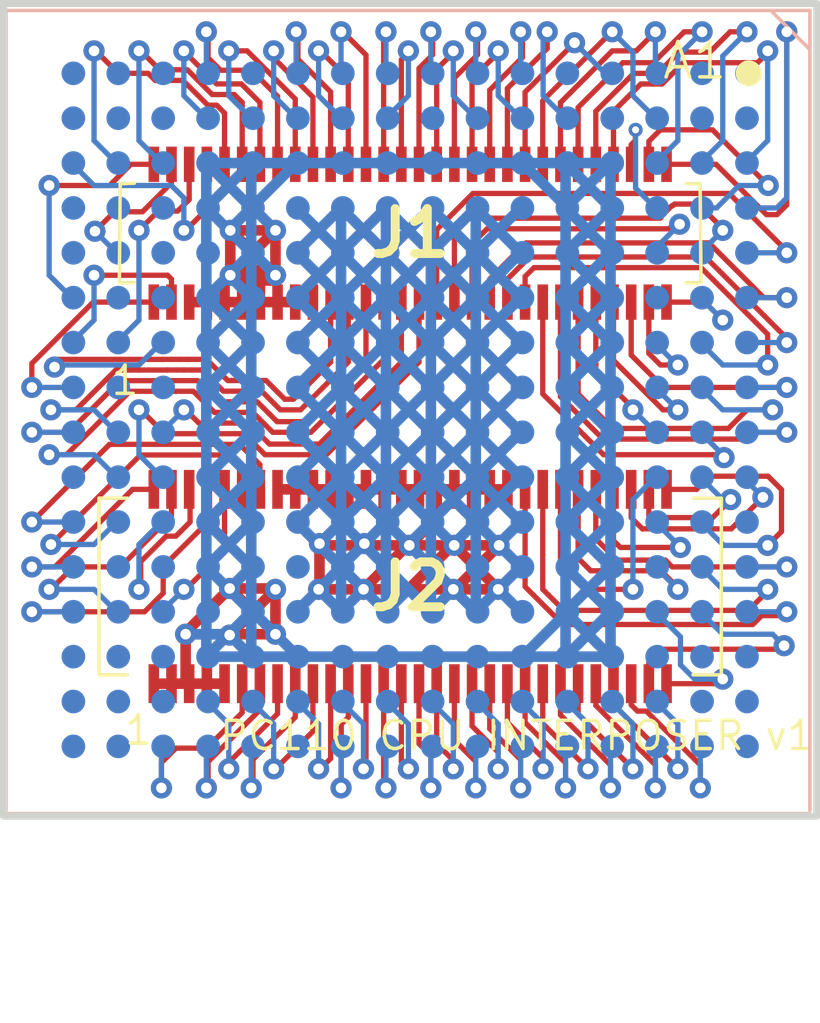
<source format=kicad_pcb>
(kicad_pcb (version 20241229) (generator "pcbnew") (generator_version "9.0")
  (layers (0 "F.Cu" signal) (2 "B.Cu" signal) (13 "F.Paste" user) (15 "B.Paste" user) (5 "F.SilkS" user "F.Silkscreen") (7 "B.SilkS" user "B.Silkscreen") (1 "F.Mask" user) (3 "B.Mask" user) (25 "Edge.Cuts" user))
  (net 0 "")
  (net 42 "GND")
  (net 45 "A11")
  (net 46 "A12")
  (net 47 "A29")
  (net 48 "D24")
  (net 49 "SMI#")
  (net 50 "DP1")
  (net 51 "D9")
  (net 52 "A14")
  (net 53 "D31")
  (net 54 "D3")
  (net 55 "EADS#")
  (net 56 "A8")
  (net 57 "A30")
  (net 58 "BE1#")
  (net 59 "BRDY#")
  (net 60 "A28")
  (net 61 "A25")
  (net 62 "BS16#")
  (net 63 "FLUSH#")
  (net 64 "D20")
  (net 65 "D18")
  (net 66 "A5")
  (net 67 "D7")
  (net 68 "BE2#")
  (net 69 "A26")
  (net 70 "D27")
  (net 71 "D11")
  (net 72 "D6")
  (net 73 "BLAST#")
  (net 74 "D1")
  (net 75 "D14")
  (net 76 "D30")
  (net 77 "A24")
  (net 78 "D17")
  (net 79 "RDY#")
  (net 80 "D19")
  (net 81 "A22")
  (net 82 "KEN#")
  (net 83 "D16")
  (net 84 "HOLD")
  (net 85 "SRESET")
  (net 86 "D12")
  (net 87 "D22")
  (net 88 "A18")
  (net 89 "D4")
  (net 90 "A9")
  (net 91 "D2")
  (net 92 "A23")
  (net 93 "D15")
  (net 94 "D10")
  (net 95 "D28")
  (net 96 "DP0")
  (net 97 "A19")
  (net 98 "D5")
  (net 99 "D8")
  (net 100 "A15")
  (net 101 "A20M#")
  (net 102 "HLDA")
  (net 103 "D0")
  (net 104 "DP2")
  (net 105 "A17")
  (net 106 "STPCLK#")
  (net 107 "DP3")
  (net 108 "D29")
  (net 109 "A7")
  (net 110 "WR#")
  (net 111 "D26")
  (net 112 "INTR")
  (net 113 "D21")
  (net 114 "A2")
  (net 115 "AHOLD")
  (net 116 "A21")
  (net 117 "A31")
  (net 118 "MIO#")
  (net 119 "NMI")
  (net 120 "ADS#")
  (net 121 "D13")
  (net 122 "BE0#")
  (net 123 "DC#")
  (net 124 "BE3#")
  (net 125 "A16")
  (net 126 "A20")
  (net 127 "A10")
  (net 128 "RESET")
  (net 129 "CLK")
  (net 130 "SMIACT#")
  (net 131 "A27")
  (net 132 "A6")
  (net 133 "A4")
  (net 134 "A13")
  (net 135 "D25")
  (net 136 "A3")
  (net 137 "D23")
  (net 138 "VCC")
  (footprint "pcb-bga-library:547220604" (layer "F.Cu") (at 111.5 116.5)
    (property "Reference" "J2")
    (property "Value" "54722-0604" (hide yes))
  )
  (footprint "pcb-bga-library:555600607" (layer "F.Cu") (at 111.5 106.5)
    (property "Reference" "J1")
    (property "Value" "55560-0607" (hide yes))
  )
  (footprint "pcb-bga-library:BGA-256" (layer "B.Cu") (at 110.9 111.5 180)
    (property "Reference" "U1" (hide yes))
    (property "Value" "~")
  )
  (gr_circle (center 121.075 101.975) (end 121.175 101.675) (stroke (width 0.1)) (fill yes) (layer "F.SilkS"))
  (gr_rect (start 100 100) (end 123 123) (stroke (width 0.2)) (fill no) (layer "Edge.Cuts"))
  (gr_text "1" (at 103.368593 121.033051 0) (layer "F.SilkS") (effects (font (size 0.8 0.8) (thickness 0.1)) (justify left bottom)))
  (gr_text "1" (at 102.991075 111.1355 0) (layer "F.SilkS") (effects (font (size 0.8 0.8) (thickness 0.1)) (justify left bottom)))
  (gr_text "A1" (at 118.576105 102.202513 0) (layer "F.SilkS") (effects (font (size 1 1) (thickness 0.1)) (justify left bottom)))
  (gr_text "PC110 CPU INTERPOSER v1" (at 106.052258 121.188983 0) (layer "F.SilkS") (effects (font (size 0.8 0.8) (thickness 0.1)) (justify left bottom)))
  (segment (start 111.425 115.335) (end 110.18 116.58) (width 0.3) (layer "F.Cu") (net 42))
  (segment (start 112.745 115.335) (end 112.695 115.335) (width 0.3) (layer "F.Cu") (net 42))
  (segment (start 113.99 116.58) (end 112.745 115.335) (width 0.3) (layer "F.Cu") (net 42))
  (segment (start 112.695 115.335) (end 111.45 116.58) (width 0.3) (layer "F.Cu") (net 42))
  (segment (start 108.96 116.58) (end 114.04 116.58) (width 0.3) (layer "F.Cu") (net 42))
  (segment (start 108.935 115.285) (end 108.935 115.335) (width 0.3) (layer "F.Cu") (net 42))
  (segment (start 111.475 115.335) (end 112.25 114.56) (width 0.3) (layer "F.Cu") (net 42))
  (segment (start 108.935 115.335) (end 110.18 116.58) (width 0.3) (layer "F.Cu") (net 42))
  (segment (start 108.985 115.335) (end 108.935 115.285) (width 0.3) (layer "F.Cu") (net 42))
  (segment (start 114.015 115.335) (end 111.475 115.335) (width 0.3) (layer "F.Cu") (net 42))
  (segment (start 111.475 115.335) (end 112.72 116.58) (width 0.3) (layer "F.Cu") (net 42))
  (segment (start 108.935 115.285) (end 108.935 116.555) (width 0.3) (layer "F.Cu") (net 42))
  (segment (start 107.75 113.75) (end 114.25 113.75) (width 0.3) (layer "F.Cu") (net 42))
  (segment (start 112.72 116.58) (end 112.77 116.58) (width 0.3) (layer "F.Cu") (net 42))
  (segment (start 111.475 115.335) (end 108.985 115.335) (width 0.3) (layer "F.Cu") (net 42))
  (segment (start 108.935 116.555) (end 108.91 116.58) (width 0.3) (layer "F.Cu") (net 42))
  (segment (start 110.205 115.285) (end 110.205 115.335) (width 0.3) (layer "F.Cu") (net 42))
  (segment (start 112.77 116.58) (end 114.015 115.335) (width 0.3) (layer "F.Cu") (net 42))
  (segment (start 111.475 115.335) (end 111.425 115.335) (width 0.3) (layer "F.Cu") (net 42))
  (segment (start 112.25 114.56) (end 112.25 113.75) (width 0.3) (layer "F.Cu") (net 42))
  (segment (start 110.205 115.335) (end 111.45 116.58) (width 0.3) (layer "F.Cu") (net 42))
  (via (at 114.015 115.335) (size 0.6) (drill 0.3) (layers "F.Cu" "B.Cu") (net 42))
  (via (at 111.475 115.335) (size 0.6) (drill 0.3) (layers "F.Cu" "B.Cu") (net 42))
  (via (at 110.18 116.58) (size 0.6) (drill 0.3) (layers "F.Cu" "B.Cu") (net 42))
  (via (at 112.745 115.335) (size 0.6) (drill 0.3) (layers "F.Cu" "B.Cu") (net 42))
  (via (at 108.935 115.285) (size 0.6) (drill 0.3) (layers "F.Cu" "B.Cu") (net 42))
  (via (at 113.99 116.58) (size 0.6) (drill 0.3) (layers "F.Cu" "B.Cu") (net 42))
  (via (at 110.205 115.285) (size 0.6) (drill 0.3) (layers "F.Cu" "B.Cu") (net 42))
  (via (at 108.91 116.58) (size 0.6) (drill 0.3) (layers "F.Cu" "B.Cu") (net 42))
  (via (at 112.72 116.58) (size 0.6) (drill 0.3) (layers "F.Cu" "B.Cu") (net 42))
  (segment (start 108.275 117.215) (end 110.18 115.31) (width 0.3) (layer "B.Cu") (net 42))
  (segment (start 108.275 113.405) (end 114.625 107.055) (width 0.3) (layer "B.Cu") (net 42))
  (segment (start 112.72 115.31) (end 114.625 113.405) (width 0.3) (layer "B.Cu") (net 42))
  (segment (start 113.355 105.785) (end 113.355 117.215) (width 0.3) (layer "B.Cu") (net 42))
  (segment (start 113.99 115.31) (end 114.625 114.675) (width 0.3) (layer "B.Cu") (net 42))
  (segment (start 110.815 105.785) (end 114.625 109.595) (width 0.3) (layer "B.Cu") (net 42))
  (segment (start 110.205 115.285) (end 114.625 110.865) (width 0.3) (layer "B.Cu") (net 42))
  (segment (start 112.085 117.215) (end 108.275 113.405) (width 0.3) (layer "B.Cu") (net 42))
  (segment (start 114.625 117.215) (end 113.99 116.58) (width 0.3) (layer "B.Cu") (net 42))
  (segment (start 111.475 115.335) (end 108.275 112.135) (width 0.3) (layer "B.Cu") (net 42))
  (segment (start 111.45 115.31) (end 114.625 112.135) (width 0.3) (layer "B.Cu") (net 42))
  (segment (start 112.745 115.335) (end 108.275 110.865) (width 0.3) (layer "B.Cu") (net 42))
  (segment (start 112.085 105.785) (end 114.625 108.325) (width 0.3) (layer "B.Cu") (net 42))
  (segment (start 113.355 105.785) (end 114.625 107.055) (width 0.3) (layer "B.Cu") (net 42))
  (segment (start 114.625 115.945) (end 114.015 115.335) (width 0.3) (layer "B.Cu") (net 42))
  (segment (start 113.355 117.215) (end 111.475 115.335) (width 0.3) (layer "B.Cu") (net 42))
  (segment (start 109.545 117.215) (end 109.545 105.785) (width 0.3) (layer "B.Cu") (net 42))
  (segment (start 112.085 117.215) (end 112.085 105.785) (width 0.3) (layer "B.Cu") (net 42))
  (segment (start 114.015 115.335) (end 108.275 109.595) (width 0.3) (layer "B.Cu") (net 42))
  (segment (start 108.275 107.055) (end 114.625 113.405) (width 0.3) (layer "B.Cu") (net 42))
  (segment (start 108.275 112.135) (end 114.625 105.785) (width 0.3) (layer "B.Cu") (net 42))
  (segment (start 108.275 108.325) (end 114.625 114.675) (width 0.3) (layer "B.Cu") (net 42))
  (segment (start 108.275 117.215) (end 108.325 117.165) (width 0.3) (layer "B.Cu") (net 42))
  (segment (start 108.275 107.055) (end 109.545 105.785) (width 0.3) (layer "B.Cu") (net 42))
  (segment (start 109.545 105.785) (end 114.625 110.865) (width 0.3) (layer "B.Cu") (net 42))
  (segment (start 110.815 105.785) (end 110.815 117.215) (width 0.3) (layer "B.Cu") (net 42))
  (segment (start 108.275 114.675) (end 114.625 108.325) (width 0.3) (layer "B.Cu") (net 42))
  (segment (start 108.935 115.285) (end 114.625 109.595) (width 0.3) (layer "B.Cu") (net 42))
  (segment (start 110.18 115.31) (end 110.205 115.285) (width 0.3) (layer "B.Cu") (net 42))
  (segment (start 112.085 117.215) (end 112.72 116.58) (width 0.3) (layer "B.Cu") (net 42))
  (segment (start 108.325 105.835) (end 108.275 105.785) (width 0.3) (layer "B.Cu") (net 42))
  (segment (start 109.545 117.215) (end 108.91 116.58) (width 0.3) (layer "B.Cu") (net 42))
  (segment (start 108.91 115.31) (end 108.275 114.675) (width 0.3) (layer "B.Cu") (net 42))
  (segment (start 108.275 108.325) (end 110.815 105.785) (width 0.3) (layer "B.Cu") (net 42))
  (segment (start 108.275 109.595) (end 112.085 105.785) (width 0.3) (layer "B.Cu") (net 42))
  (segment (start 110.815 117.215) (end 111.45 116.58) (width 0.3) (layer "B.Cu") (net 42))
  (segment (start 109.545 117.215) (end 110.18 116.58) (width 0.3) (layer "B.Cu") (net 42))
  (segment (start 108.275 110.865) (end 113.355 105.785) (width 0.3) (layer "B.Cu") (net 42))
  (segment (start 113.355 117.215) (end 114.625 115.945) (width 0.3) (layer "B.Cu") (net 42))
  (segment (start 110.815 117.215) (end 108.91 115.31) (width 0.3) (layer "B.Cu") (net 42))
  (segment (start 108.275 105.785) (end 114.625 112.135) (width 0.3) (layer "B.Cu") (net 42))
  (segment (start 110.865 100.8) (end 110.75 100.915) (width 0.15) (layer "F.Cu") (net 45))
  (segment (start 110.75 100.915) (end 110.75 104.55) (width 0.15) (layer "F.Cu") (net 45))
  (via (at 110.815 100.8) (size 0.6) (drill 0.3) (layers "F.Cu" "B.Cu") (net 45))
  (segment (start 110.815 101.975) (end 110.815 100.8) (width 0.15) (layer "B.Cu") (net 45))
  (segment (start 112.135 101.448877) (end 111.75 101.833877) (width 0.15) (layer "F.Cu") (net 46))
  (segment (start 112.135 100.8) (end 112.135 101.448877) (width 0.15) (layer "F.Cu") (net 46))
  (segment (start 111.75 101.833877) (end 111.75 104.55) (width 0.15) (layer "F.Cu") (net 46))
  (via (at 112.085 100.8) (size 0.6) (drill 0.3) (layers "F.Cu" "B.Cu") (net 46))
  (segment (start 112.085 101.975) (end 112.085 100.8) (width 0.15) (layer "B.Cu") (net 46))
  (segment (start 113.674 106.376) (end 113.25 106.8) (width 0.15) (layer "F.Cu") (net 47))
  (segment (start 118.82263 106.376) (end 113.674 106.376) (width 0.15) (layer "F.Cu") (net 47))
  (segment (start 118.952109 106.246521) (end 118.82263 106.376) (width 0.15) (layer "F.Cu") (net 47))
  (segment (start 119.119999 106.246521) (end 118.952109 106.246521) (width 0.15) (layer "F.Cu") (net 47))
  (segment (start 113.25 106.8) (end 113.25 108.45) (width 0.15) (layer "F.Cu") (net 47))
  (via (at 119.119999 106.246521) (size 0.6) (drill 0.3) (layers "F.Cu" "B.Cu") (net 47))
  (segment (start 119.119999 106.246521) (end 118.435 106.93152) (width 0.15) (layer "B.Cu") (net 47))
  (segment (start 118.435 106.93152) (end 118.435 107.055) (width 0.15) (layer "B.Cu") (net 47))
  (segment (start 115.26 121.36) (end 114.25 120.35) (width 0.15) (layer "F.Cu") (net 48))
  (segment (start 114.25 120.35) (end 114.25 119.25) (width 0.15) (layer "F.Cu") (net 48))
  (segment (start 115.26 121.66) (end 115.26 121.36) (width 0.15) (layer "F.Cu") (net 48))
  (via (at 115.26 121.66) (size 0.6) (drill 0.3) (layers "F.Cu" "B.Cu") (net 48))
  (segment (start 115.26 120.39) (end 115.26 121.66) (width 0.15) (layer "B.Cu") (net 48))
  (segment (start 114.625 119.755) (end 115.26 120.39) (width 0.15) (layer "B.Cu") (net 48))
  (segment (start 109.25 121.37) (end 109.25 119.25) (width 0.15) (layer "F.Cu") (net 49))
  (segment (start 108.96 121.66) (end 109.25 121.37) (width 0.15) (layer "F.Cu") (net 49))
  (via (at 108.91 121.66) (size 0.6) (drill 0.3) (layers "F.Cu" "B.Cu") (net 49))
  (segment (start 108.275 119.755) (end 108.91 120.39) (width 0.15) (layer "B.Cu") (net 49))
  (segment (start 108.91 120.39) (end 108.91 121.66) (width 0.15) (layer "B.Cu") (net 49))
  (segment (start 120.582475 114.867525) (end 121.475 113.975) (width 0.15) (layer "F.Cu") (net 50))
  (segment (start 118.075 114.875) (end 117.75 114.55) (width 0.15) (layer "F.Cu") (net 50))
  (segment (start 117.75 114.55) (end 117.75 113.75) (width 0.15) (layer "F.Cu") (net 50))
  (segment (start 118.075 114.875) (end 118.082475 114.867525) (width 0.15) (layer "F.Cu") (net 50))
  (segment (start 118.082475 114.867525) (end 120.582475 114.867525) (width 0.15) (layer "F.Cu") (net 50))
  (via (at 121.475 113.975) (size 0.6) (drill 0.3) (layers "F.Cu" "B.Cu") (net 50))
  (segment (start 120.975 113.405) (end 120.975 113.475) (width 0.15) (layer "B.Cu") (net 50))
  (segment (start 120.975 113.475) (end 121.475 113.975) (width 0.15) (layer "B.Cu") (net 50))
  (segment (start 117.85 116.58) (end 116.53 116.58) (width 0.15) (layer "F.Cu") (net 51))
  (segment (start 115.75 115.8) (end 115.75 113.75) (width 0.15) (layer "F.Cu") (net 51))
  (segment (start 117.82 116.58) (end 117.85 116.58) (width 0.15) (layer "F.Cu") (net 51))
  (segment (start 116.53 116.58) (end 115.75 115.8) (width 0.15) (layer "F.Cu") (net 51))
  (segment (start 117.725 116.675) (end 117.82 116.58) (width 0.15) (layer "F.Cu") (net 51))
  (via (at 117.8 116.58) (size 0.6) (drill 0.3) (layers "F.Cu" "B.Cu") (net 51))
  (segment (start 117.8 114.04) (end 118.435 113.405) (width 0.15) (layer "B.Cu") (net 51))
  (segment (start 117.8 116.58) (end 117.8 114.04) (width 0.15) (layer "B.Cu") (net 51))
  (segment (start 113.405 100.8) (end 113.405 101.448877) (width 0.15) (layer "F.Cu") (net 52))
  (segment (start 112.75 102.103877) (end 112.75 104.55) (width 0.15) (layer "F.Cu") (net 52))
  (segment (start 113.405 101.448877) (end 112.75 102.103877) (width 0.15) (layer "F.Cu") (net 52))
  (via (at 113.355 100.8) (size 0.6) (drill 0.3) (layers "F.Cu" "B.Cu") (net 52))
  (segment (start 113.355 101.975) (end 113.355 100.8) (width 0.15) (layer "B.Cu") (net 52))
  (segment (start 109.75 120.2) (end 109.75 119.25) (width 0.15) (layer "F.Cu") (net 53))
  (segment (start 109.551 120.399) (end 109.75 120.2) (width 0.15) (layer "F.Cu") (net 53))
  (segment (start 109.551 122.194) (end 109.551 120.399) (width 0.15) (layer "F.Cu") (net 53))
  (segment (start 109.545 122.2) (end 109.551 122.194) (width 0.15) (layer "F.Cu") (net 53))
  (via (at 109.545 122.2) (size 0.6) (drill 0.3) (layers "F.Cu" "B.Cu") (net 53))
  (segment (start 109.545 121.025) (end 109.545 122.2) (width 0.15) (layer "B.Cu") (net 53))
  (segment (start 116.25 111.05) (end 116.25 108.45) (width 0.15) (layer "F.Cu") (net 54))
  (segment (start 117.226 112.026) (end 116.25 111.05) (width 0.15) (layer "F.Cu") (net 54))
  (segment (start 121.024998 111.500002) (end 120.499 112.026) (width 0.15) (layer "F.Cu") (net 54))
  (segment (start 120.499 112.026) (end 117.226 112.026) (width 0.15) (layer "F.Cu") (net 54))
  (segment (start 121.800905 111.500002) (end 121.024998 111.500002) (width 0.15) (layer "F.Cu") (net 54))
  (via (at 121.750905 111.500002) (size 0.6) (drill 0.3) (layers "F.Cu" "B.Cu") (net 54))
  (segment (start 120.340002 111.500002) (end 121.750905 111.500002) (width 0.15) (layer "B.Cu") (net 54))
  (segment (start 119.705 110.865) (end 120.340002 111.500002) (width 0.15) (layer "B.Cu") (net 54))
  (segment (start 104.515 115.935) (end 105.75 114.7) (width 0.15) (layer "F.Cu") (net 55))
  (segment (start 105.75 114.7) (end 105.75 113.75) (width 0.15) (layer "F.Cu") (net 55))
  (segment (start 103.988877 117.215) (end 104.515 116.688877) (width 0.15) (layer "F.Cu") (net 55))
  (segment (start 100.8 117.215) (end 103.988877 117.215) (width 0.15) (layer "F.Cu") (net 55))
  (segment (start 104.515 116.688877) (end 104.515 115.935) (width 0.15) (layer "F.Cu") (net 55))
  (via (at 100.8 117.215) (size 0.6) (drill 0.3) (layers "F.Cu" "B.Cu") (net 55))
  (segment (start 101.925 117.215) (end 100.8 117.215) (width 0.15) (layer "B.Cu") (net 55))
  (segment (start 109.75 102.13) (end 109.75 104.55) (width 0.15) (layer "F.Cu") (net 56))
  (segment (start 108.96 101.34) (end 109.75 102.13) (width 0.15) (layer "F.Cu") (net 56))
  (via (at 108.91 101.34) (size 0.6) (drill 0.3) (layers "F.Cu" "B.Cu") (net 56))
  (segment (start 109.545 103.245) (end 108.91 102.61) (width 0.15) (layer "B.Cu") (net 56))
  (segment (start 108.91 102.61) (end 108.91 101.34) (width 0.15) (layer "B.Cu") (net 56))
  (segment (start 119.951123 106.775) (end 121.501123 108.325) (width 0.15) (layer "F.Cu") (net 57))
  (segment (start 114.775 106.775) (end 113.75 107.8) (width 0.15) (layer "F.Cu") (net 57))
  (segment (start 119.951123 106.775) (end 114.775 106.775) (width 0.15) (layer "F.Cu") (net 57))
  (segment (start 121.501123 108.325) (end 122.15 108.325) (width 0.15) (layer "F.Cu") (net 57))
  (segment (start 113.75 107.8) (end 113.75 108.45) (width 0.15) (layer "F.Cu") (net 57))
  (via (at 122.15 108.325) (size 0.6) (drill 0.3) (layers "F.Cu" "B.Cu") (net 57))
  (segment (start 120.975 108.325) (end 122.15 108.325) (width 0.15) (layer "B.Cu") (net 57))
  (segment (start 106.551322 112.175) (end 106.800678 112.175) (width 0.15) (layer "F.Cu") (net 58))
  (segment (start 106.977 112.351322) (end 107.374678 112.749) (width 0.15) (layer "F.Cu") (net 58))
  (segment (start 107.374678 112.749) (end 107.395678 112.77) (width 0.15) (layer "F.Cu") (net 58))
  (segment (start 106.800678 112.175) (end 106.977 112.351322) (width 0.15) (layer "F.Cu") (net 58))
  (segment (start 103.88 111.5) (end 104.555 112.175) (width 0.15) (layer "F.Cu") (net 58))
  (segment (start 111.75 110.15) (end 111.75 108.45) (width 0.15) (layer "F.Cu") (net 58))
  (segment (start 109.13 112.77) (end 111.75 110.15) (width 0.15) (layer "F.Cu") (net 58))
  (segment (start 107.395678 112.77) (end 109.13 112.77) (width 0.15) (layer "F.Cu") (net 58))
  (segment (start 104.555 112.175) (end 106.551322 112.175) (width 0.15) (layer "F.Cu") (net 58))
  (via (at 103.83 111.5) (size 0.6) (drill 0.3) (layers "F.Cu" "B.Cu") (net 58))
  (segment (start 103.83 112.77) (end 104.465 113.405) (width 0.15) (layer "B.Cu") (net 58))
  (segment (start 103.83 111.5) (end 103.83 112.77) (width 0.15) (layer "B.Cu") (net 58))
  (segment (start 103.136 105.894) (end 103.930322 105.894) (width 0.15) (layer "F.Cu") (net 59))
  (segment (start 102.585 106.445) (end 103.136 105.894) (width 0.15) (layer "F.Cu") (net 59))
  (segment (start 104.75 105.074322) (end 104.75 104.55) (width 0.15) (layer "F.Cu") (net 59))
  (segment (start 103.930322 105.894) (end 104.75 105.074322) (width 0.15) (layer "F.Cu") (net 59))
  (via (at 102.585 106.445) (size 0.6) (drill 0.3) (layers "F.Cu" "B.Cu") (net 59))
  (segment (start 102.585 106.445) (end 103.195 107.055) (width 0.15) (layer "B.Cu") (net 59))
  (segment (start 118.593999 106.028644) (end 118.593999 106.056001) (width 0.15) (layer "F.Cu") (net 60))
  (segment (start 112.75 106.5) (end 112.75 108.45) (width 0.15) (layer "F.Cu") (net 60))
  (segment (start 118.902122 105.720521) (end 118.593999 106.028644) (width 0.15) (layer "F.Cu") (net 60))
  (segment (start 120.39 106.42) (end 119.646 105.676) (width 0.15) (layer "F.Cu") (net 60))
  (segment (start 118.929479 105.720521) (end 118.902122 105.720521) (width 0.15) (layer "F.Cu") (net 60))
  (segment (start 113.798678 106.075) (end 113.549322 106.075) (width 0.15) (layer "F.Cu") (net 60))
  (segment (start 118.575 106.075) (end 113.798678 106.075) (width 0.15) (layer "F.Cu") (net 60))
  (segment (start 118.593999 106.056001) (end 118.575 106.075) (width 0.15) (layer "F.Cu") (net 60))
  (segment (start 119.646 105.676) (end 118.974 105.676) (width 0.15) (layer "F.Cu") (net 60))
  (segment (start 113.549322 106.075) (end 113.175 106.075) (width 0.15) (layer "F.Cu") (net 60))
  (segment (start 113.175 106.075) (end 112.75 106.5) (width 0.15) (layer "F.Cu") (net 60))
  (segment (start 118.974 105.676) (end 118.929479 105.720521) (width 0.15) (layer "F.Cu") (net 60))
  (via (at 120.34 106.42) (size 0.6) (drill 0.3) (layers "F.Cu" "B.Cu") (net 60))
  (segment (start 119.705 107.055) (end 120.34 106.42) (width 0.15) (layer "B.Cu") (net 60))
  (segment (start 121.625 105.15) (end 120.05 103.575) (width 0.15) (layer "F.Cu") (net 61))
  (segment (start 120.05 103.575) (end 118.575 103.575) (width 0.15) (layer "F.Cu") (net 61))
  (segment (start 118.575 103.575) (end 118.25 103.9) (width 0.15) (layer "F.Cu") (net 61))
  (segment (start 118.25 103.9) (end 118.25 104.55) (width 0.15) (layer "F.Cu") (net 61))
  (via (at 121.625 105.15) (size 0.6) (drill 0.3) (layers "F.Cu" "B.Cu") (net 61))
  (segment (start 121.625 105.15) (end 120.8 105.15) (width 0.15) (layer "B.Cu") (net 61))
  (segment (start 120.8 105.15) (end 120.165 105.785) (width 0.15) (layer "B.Cu") (net 61))
  (segment (start 120.165 105.785) (end 119.705 105.785) (width 0.15) (layer "B.Cu") (net 61))
  (segment (start 103 105.15) (end 103.6 104.55) (width 0.15) (layer "F.Cu") (net 62))
  (segment (start 103.6 104.55) (end 104.25 104.55) (width 0.15) (layer "F.Cu") (net 62))
  (segment (start 101.34 105.15) (end 103 105.15) (width 0.15) (layer "F.Cu") (net 62))
  (via (at 101.29 105.15) (size 0.6) (drill 0.3) (layers "F.Cu" "B.Cu") (net 62))
  (segment (start 101.925 108.325) (end 101.29 107.69) (width 0.15) (layer "B.Cu") (net 62))
  (segment (start 101.29 107.69) (end 101.29 105.15) (width 0.15) (layer "B.Cu") (net 62))
  (segment (start 104.465 121.485) (end 104.465 122.2) (width 0.15) (layer "F.Cu") (net 63))
  (segment (start 106.75 119.25) (end 106.75 120.067383) (width 0.15) (layer "F.Cu") (net 63))
  (segment (start 105.742383 121.075) (end 104.875 121.075) (width 0.15) (layer "F.Cu") (net 63))
  (segment (start 104.875 121.075) (end 104.465 121.485) (width 0.15) (layer "F.Cu") (net 63))
  (segment (start 106.75 120.067383) (end 105.742383 121.075) (width 0.15) (layer "F.Cu") (net 63))
  (via (at 104.465 122.2) (size 0.6) (drill 0.3) (layers "F.Cu" "B.Cu") (net 63))
  (segment (start 104.465 121.025) (end 104.465 122.2) (width 0.15) (layer "B.Cu") (net 63))
  (segment (start 115.75 120.136123) (end 115.75 119.25) (width 0.15) (layer "F.Cu") (net 64))
  (segment (start 117.165 121.551123) (end 115.75 120.136123) (width 0.15) (layer "F.Cu") (net 64))
  (segment (start 117.165 122.2) (end 117.165 121.551123) (width 0.15) (layer "F.Cu") (net 64))
  (via (at 117.165 122.2) (size 0.6) (drill 0.3) (layers "F.Cu" "B.Cu") (net 64))
  (segment (start 117.165 121.025) (end 117.165 122.2) (width 0.15) (layer "B.Cu") (net 64))
  (segment (start 116.75 119.866123) (end 116.75 119.25) (width 0.15) (layer "F.Cu") (net 65))
  (segment (start 118.435 122.2) (end 118.435 121.551123) (width 0.15) (layer "F.Cu") (net 65))
  (segment (start 118.435 121.551123) (end 116.75 119.866123) (width 0.15) (layer "F.Cu") (net 65))
  (via (at 118.435 122.2) (size 0.6) (drill 0.3) (layers "F.Cu" "B.Cu") (net 65))
  (segment (start 118.435 121.025) (end 118.435 122.2) (width 0.15) (layer "B.Cu") (net 65))
  (segment (start 108.25 104.55) (end 108.25 102.7) (width 0.15) (layer "F.Cu") (net 66))
  (segment (start 106.89 101.34) (end 106.42 101.34) (width 0.15) (layer "F.Cu") (net 66))
  (segment (start 108.25 102.7) (end 106.89 101.34) (width 0.15) (layer "F.Cu") (net 66))
  (via (at 106.37 101.34) (size 0.6) (drill 0.3) (layers "F.Cu" "B.Cu") (net 66))
  (segment (start 107.005 103.245) (end 106.37 102.61) (width 0.15) (layer "B.Cu") (net 66))
  (segment (start 106.37 102.61) (end 106.37 101.34) (width 0.15) (layer "B.Cu") (net 66))
  (segment (start 117.85 111.5) (end 116.75 110.4) (width 0.15) (layer "F.Cu") (net 67))
  (segment (start 116.75 110.4) (end 116.75 108.45) (width 0.15) (layer "F.Cu") (net 67))
  (via (at 117.8 111.5) (size 0.6) (drill 0.3) (layers "F.Cu" "B.Cu") (net 67))
  (segment (start 118.435 112.135) (end 117.8 111.5) (width 0.15) (layer "B.Cu") (net 67))
  (segment (start 107.25 113.05) (end 107.25 113.75) (width 0.15) (layer "F.Cu") (net 68))
  (segment (start 100.8 114.675) (end 102.999 112.476) (width 0.15) (layer "F.Cu") (net 68))
  (segment (start 102.999 112.476) (end 106.676 112.476) (width 0.15) (layer "F.Cu") (net 68))
  (segment (start 106.676 112.476) (end 107.25 113.05) (width 0.15) (layer "F.Cu") (net 68))
  (via (at 100.8 114.675) (size 0.6) (drill 0.3) (layers "F.Cu" "B.Cu") (net 68))
  (segment (start 101.925 114.675) (end 100.8 114.675) (width 0.15) (layer "B.Cu") (net 68))
  (segment (start 117.75 103.994753) (end 117.75 104.55) (width 0.15) (layer "F.Cu") (net 69))
  (segment (start 117.875 103.725) (end 117.868631 103.731369) (width 0.15) (layer "F.Cu") (net 69))
  (segment (start 117.868631 103.731369) (end 117.868631 103.876122) (width 0.15) (layer "F.Cu") (net 69))
  (segment (start 117.875 103.575) (end 117.875 103.725) (width 0.15) (layer "F.Cu") (net 69))
  (segment (start 117.868631 103.876122) (end 117.75 103.994753) (width 0.15) (layer "F.Cu") (net 69))
  (via (at 117.875 103.575) (size 0.4) (drill 0.2) (layers "F.Cu" "B.Cu") (net 69))
  (segment (start 118.435 105.785) (end 117.875 105.225) (width 0.15) (layer "B.Cu") (net 69))
  (segment (start 117.875 105.225) (end 117.875 103.575) (width 0.15) (layer "B.Cu") (net 69))
  (segment (start 112.085 121.285) (end 111.75 120.95) (width 0.15) (layer "F.Cu") (net 70))
  (segment (start 112.085 122.2) (end 112.085 121.285) (width 0.15) (layer "F.Cu") (net 70))
  (segment (start 111.75 120.95) (end 111.75 119.25) (width 0.15) (layer "F.Cu") (net 70))
  (via (at 112.085 122.2) (size 0.6) (drill 0.3) (layers "F.Cu" "B.Cu") (net 70))
  (segment (start 112.085 121.025) (end 112.085 122.2) (width 0.15) (layer "B.Cu") (net 70))
  (segment (start 117.443525 115.393525) (end 117.25 115.2) (width 0.15) (layer "F.Cu") (net 71))
  (segment (start 117.25 115.2) (end 117.25 113.75) (width 0.15) (layer "F.Cu") (net 71))
  (segment (start 119.190675 115.393525) (end 117.443525 115.393525) (width 0.15) (layer "F.Cu") (net 71))
  (via (at 119.140675 115.393525) (size 0.6) (drill 0.3) (layers "F.Cu" "B.Cu") (net 71))
  (segment (start 119.140675 115.393525) (end 119.07 115.32285) (width 0.15) (layer "B.Cu") (net 71))
  (segment (start 119.07 115.32285) (end 119.07 115.31) (width 0.15) (layer "B.Cu") (net 71))
  (segment (start 119.07 115.31) (end 118.435 114.675) (width 0.15) (layer "B.Cu") (net 71))
  (segment (start 120.375 112.852) (end 120.293 112.77) (width 0.15) (layer "F.Cu") (net 72))
  (segment (start 115.25 111.05) (end 115.25 108.45) (width 0.15) (layer "F.Cu") (net 72))
  (segment (start 116.97 112.77) (end 115.25 111.05) (width 0.15) (layer "F.Cu") (net 72))
  (segment (start 120.293 112.77) (end 116.97 112.77) (width 0.15) (layer "F.Cu") (net 72))
  (via (at 120.375 112.852) (size 0.6) (drill 0.3) (layers "F.Cu" "B.Cu") (net 72))
  (segment (start 120.375 112.852) (end 120.34 112.817) (width 0.15) (layer "B.Cu") (net 72))
  (segment (start 120.34 112.77) (end 119.705 112.135) (width 0.15) (layer "B.Cu") (net 72))
  (segment (start 120.34 112.817) (end 120.34 112.77) (width 0.15) (layer "B.Cu") (net 72))
  (segment (start 104.415 101.875) (end 103.88 101.34) (width 0.15) (layer "F.Cu") (net 73))
  (segment (start 105.900322 102.576) (end 105.199322 101.875) (width 0.15) (layer "F.Cu") (net 73))
  (segment (start 106.75 104.55) (end 106.75 102.8) (width 0.15) (layer "F.Cu") (net 73))
  (segment (start 105.199322 101.875) (end 104.415 101.875) (width 0.15) (layer "F.Cu") (net 73))
  (segment (start 106.75 102.8) (end 106.526 102.576) (width 0.15) (layer "F.Cu") (net 73))
  (segment (start 106.526 102.576) (end 105.900322 102.576) (width 0.15) (layer "F.Cu") (net 73))
  (via (at 103.83 101.34) (size 0.6) (drill 0.3) (layers "F.Cu" "B.Cu") (net 73))
  (segment (start 103.83 103.88) (end 103.83 101.34) (width 0.15) (layer "B.Cu") (net 73))
  (segment (start 104.465 104.515) (end 103.83 103.88) (width 0.15) (layer "B.Cu") (net 73))
  (segment (start 118.25 109.902) (end 118.25 108.45) (width 0.15) (layer "F.Cu") (net 74))
  (segment (start 119.12 110.23) (end 118.578 110.23) (width 0.15) (layer "F.Cu") (net 74))
  (segment (start 118.578 110.23) (end 118.25 109.902) (width 0.15) (layer "F.Cu") (net 74))
  (via (at 119.07 110.23) (size 0.6) (drill 0.3) (layers "F.Cu" "B.Cu") (net 74))
  (segment (start 119.07 110.23) (end 119.049998 110.23) (width 0.15) (layer "B.Cu") (net 74))
  (segment (start 119.049998 110.23) (end 118.435 109.615002) (width 0.15) (layer "B.Cu") (net 74))
  (segment (start 118.435 109.615002) (end 118.435 109.595) (width 0.15) (layer "B.Cu") (net 74))
  (segment (start 116.25 115.7) (end 116.25 113.75) (width 0.15) (layer "F.Cu") (net 75))
  (segment (start 116.604 116.054) (end 116.25 115.7) (width 0.15) (layer "F.Cu") (net 75))
  (segment (start 119.12 116.58) (end 118.594 116.054) (width 0.15) (layer "F.Cu") (net 75))
  (segment (start 118.594 116.054) (end 116.604 116.054) (width 0.15) (layer "F.Cu") (net 75))
  (via (at 119.07 116.58) (size 0.6) (drill 0.3) (layers "F.Cu" "B.Cu") (net 75))
  (segment (start 119.07 116.58) (end 118.435 115.945) (width 0.15) (layer "B.Cu") (net 75))
  (segment (start 111.25 121.46) (end 111.25 119.25) (width 0.15) (layer "F.Cu") (net 76))
  (segment (start 111.45 121.66) (end 111.25 121.46) (width 0.15) (layer "F.Cu") (net 76))
  (via (at 111.45 121.66) (size 0.6) (drill 0.3) (layers "F.Cu" "B.Cu") (net 76))
  (segment (start 111.45 120.39) (end 111.45 121.66) (width 0.15) (layer "B.Cu") (net 76))
  (segment (start 110.815 119.755) (end 111.45 120.39) (width 0.15) (layer "B.Cu") (net 76))
  (segment (start 121.575 105.975) (end 120.15 104.55) (width 0.15) (layer "F.Cu") (net 77))
  (segment (start 120.15 104.55) (end 118.75 104.55) (width 0.15) (layer "F.Cu") (net 77))
  (segment (start 122.15 105.7) (end 121.875 105.975) (width 0.15) (layer "F.Cu") (net 77))
  (segment (start 121.875 105.975) (end 121.575 105.975) (width 0.15) (layer "F.Cu") (net 77))
  (segment (start 122.15 100.8) (end 122.15 105.7) (width 0.15) (layer "F.Cu") (net 77))
  (via (at 122.15 100.8) (size 0.6) (drill 0.3) (layers "F.Cu" "B.Cu") (net 77))
  (segment (start 122.15 105.5) (end 122.15 100.8) (width 0.15) (layer "B.Cu") (net 77))
  (segment (start 120.975 105.785) (end 121.865 105.785) (width 0.15) (layer "B.Cu") (net 77))
  (segment (start 121.865 105.785) (end 122.15 105.5) (width 0.15) (layer "B.Cu") (net 77))
  (segment (start 117.927 120.026) (end 117.75 119.849) (width 0.15) (layer "F.Cu") (net 78))
  (segment (start 119.705 122.2) (end 119.705 121.551123) (width 0.15) (layer "F.Cu") (net 78))
  (segment (start 119.705 121.551123) (end 118.179877 120.026) (width 0.15) (layer "F.Cu") (net 78))
  (segment (start 117.75 119.849) (end 117.75 119.25) (width 0.15) (layer "F.Cu") (net 78))
  (segment (start 118.179877 120.026) (end 117.927 120.026) (width 0.15) (layer "F.Cu") (net 78))
  (via (at 119.705 122.2) (size 0.6) (drill 0.3) (layers "F.Cu" "B.Cu") (net 78))
  (segment (start 119.705 121.025) (end 119.705 122.2) (width 0.15) (layer "B.Cu") (net 78))
  (segment (start 104.64 107.69) (end 104.75 107.8) (width 0.15) (layer "F.Cu") (net 79))
  (segment (start 102.56 107.69) (end 104.64 107.69) (width 0.15) (layer "F.Cu") (net 79))
  (segment (start 104.75 107.8) (end 104.75 108.45) (width 0.15) (layer "F.Cu") (net 79))
  (via (at 102.56 107.69) (size 0.6) (drill 0.3) (layers "F.Cu" "B.Cu") (net 79))
  (segment (start 101.925 109.595) (end 102.56 108.96) (width 0.15) (layer "B.Cu") (net 79))
  (segment (start 102.56 108.96) (end 102.56 107.69) (width 0.15) (layer "B.Cu") (net 79))
  (segment (start 119.07 121.66) (end 117.25 119.84) (width 0.15) (layer "F.Cu") (net 80))
  (segment (start 117.25 119.84) (end 117.25 119.25) (width 0.15) (layer "F.Cu") (net 80))
  (via (at 119.07 121.66) (size 0.6) (drill 0.3) (layers "F.Cu" "B.Cu") (net 80))
  (segment (start 119.07 120.39) (end 119.07 121.66) (width 0.15) (layer "B.Cu") (net 80))
  (segment (start 118.435 119.755) (end 119.07 120.39) (width 0.15) (layer "B.Cu") (net 80))
  (segment (start 119.100678 101.375) (end 118.676 101.799678) (width 0.15) (layer "F.Cu") (net 81))
  (segment (start 118.474 101.976) (end 118.250322 101.976) (width 0.15) (layer "F.Cu") (net 81))
  (segment (start 119.975 101.375) (end 119.100678 101.375) (width 0.15) (layer "F.Cu") (net 81))
  (segment (start 118.250322 101.976) (end 117.824 101.976) (width 0.15) (layer "F.Cu") (net 81))
  (segment (start 121.025 100.8) (end 120.55 100.8) (width 0.15) (layer "F.Cu") (net 81))
  (segment (start 118.499678 101.976) (end 118.474 101.976) (width 0.15) (layer "F.Cu") (net 81))
  (segment (start 118.676 101.799678) (end 118.499678 101.976) (width 0.15) (layer "F.Cu") (net 81))
  (segment (start 120.55 100.8) (end 119.975 101.375) (width 0.15) (layer "F.Cu") (net 81))
  (segment (start 116.75 103.05) (end 116.75 104.55) (width 0.15) (layer "F.Cu") (net 81))
  (segment (start 117.824 101.976) (end 116.75 103.05) (width 0.15) (layer "F.Cu") (net 81))
  (via (at 121.025 100.8) (size 0.6) (drill 0.3) (layers "F.Cu" "B.Cu") (net 81))
  (segment (start 120.34 101.485) (end 120.34 103.88) (width 0.15) (layer "B.Cu") (net 81))
  (segment (start 120.34 103.88) (end 119.705 104.515) (width 0.15) (layer "B.Cu") (net 81))
  (segment (start 121.025 100.8) (end 120.34 101.485) (width 0.15) (layer "B.Cu") (net 81))
  (segment (start 103.88 106.37) (end 104.375 105.875) (width 0.15) (layer "F.Cu") (net 82))
  (segment (start 105.25 105.55) (end 105.25 104.55) (width 0.15) (layer "F.Cu") (net 82))
  (segment (start 104.925 105.875) (end 105.25 105.55) (width 0.15) (layer "F.Cu") (net 82))
  (segment (start 104.375 105.875) (end 104.925 105.875) (width 0.15) (layer "F.Cu") (net 82))
  (segment (start 103.88 106.42) (end 103.88 106.37) (width 0.15) (layer "F.Cu") (net 82))
  (via (at 103.83 106.42) (size 0.6) (drill 0.3) (layers "F.Cu" "B.Cu") (net 82))
  (segment (start 103.83 108.96) (end 103.83 106.42) (width 0.15) (layer "B.Cu") (net 82))
  (segment (start 103.195 109.595) (end 103.83 108.96) (width 0.15) (layer "B.Cu") (net 82))
  (segment (start 120.21 119.25) (end 118.75 119.25) (width 0.15) (layer "F.Cu") (net 83))
  (segment (start 120.34 119.12) (end 120.21 119.25) (width 0.15) (layer "F.Cu") (net 83))
  (via (at 120.34 119.12) (size 0.6) (drill 0.3) (layers "F.Cu" "B.Cu") (net 83))
  (segment (start 118.435 117.215) (end 119.144 117.924) (width 0.15) (layer "B.Cu") (net 83))
  (segment (start 119.144 117.924) (end 119.144 118.717374) (width 0.15) (layer "B.Cu") (net 83))
  (segment (start 119.144 118.717374) (end 119.546626 119.12) (width 0.15) (layer "B.Cu") (net 83))
  (segment (start 119.546626 119.12) (end 120.34 119.12) (width 0.15) (layer "B.Cu") (net 83))
  (segment (start 107.776712 111.022644) (end 107.953034 111.198966) (width 0.15) (layer "F.Cu") (net 84))
  (segment (start 105.256157 110.071) (end 105.442555 110.071) (width 0.15) (layer "F.Cu") (net 84))
  (segment (start 105.442555 110.071) (end 105.691911 110.071) (width 0.15) (layer "F.Cu") (net 84))
  (segment (start 106.426644 110.67) (end 106.676 110.67) (width 0.15) (layer "F.Cu") (net 84))
  (segment (start 103.949034 110.072) (end 104.507089 110.072) (width 0.15) (layer "F.Cu") (net 84))
  (segment (start 105.193199 110.071) (end 105.256157 110.071) (width 0.15) (layer "F.Cu") (net 84))
  (segment (start 103.699678 110.072) (end 103.949034 110.072) (width 0.15) (layer "F.Cu") (net 84))
  (segment (start 107.174712 110.67) (end 107.424068 110.67) (width 0.15) (layer "F.Cu") (net 84))
  (segment (start 103.450322 110.072) (end 103.549678 110.072) (width 0.15) (layer "F.Cu") (net 84))
  (segment (start 107.424068 110.67) (end 107.60039 110.846322) (width 0.15) (layer "F.Cu") (net 84))
  (segment (start 104.943843 110.071) (end 105.006801 110.071) (width 0.15) (layer "F.Cu") (net 84))
  (segment (start 106.925356 110.67) (end 107.174712 110.67) (width 0.15) (layer "F.Cu") (net 84))
  (segment (start 106.095555 110.424644) (end 106.271877 110.600966) (width 0.15) (layer "F.Cu") (net 84))
  (segment (start 103.549678 110.072) (end 103.699678 110.072) (width 0.15) (layer "F.Cu") (net 84))
  (segment (start 108.201 111.199) (end 109.25 110.15) (width 0.15) (layer "F.Cu") (net 84))
  (segment (start 105.691911 110.071) (end 105.741911 110.071) (width 0.15) (layer "F.Cu") (net 84))
  (segment (start 107.953068 111.199) (end 108.201 111.199) (width 0.15) (layer "F.Cu") (net 84))
  (segment (start 109.25 110.15) (end 109.25 108.45) (width 0.15) (layer "F.Cu") (net 84))
  (segment (start 104.507089 110.072) (end 104.508089 110.071) (width 0.15) (layer "F.Cu") (net 84))
  (segment (start 105.741911 110.071) (end 105.742911 110.072) (width 0.15) (layer "F.Cu") (net 84))
  (segment (start 106.340911 110.67) (end 106.426644 110.67) (width 0.15) (layer "F.Cu") (net 84))
  (segment (start 107.953034 111.198966) (end 107.953068 111.199) (width 0.15) (layer "F.Cu") (net 84))
  (segment (start 105.742911 110.072) (end 105.919233 110.248322) (width 0.15) (layer "F.Cu") (net 84))
  (segment (start 103.300322 110.072) (end 103.450322 110.072) (width 0.15) (layer "F.Cu") (net 84))
  (segment (start 103.050966 110.072) (end 103.200966 110.072) (width 0.15) (layer "F.Cu") (net 84))
  (segment (start 105.006801 110.071) (end 105.193199 110.071) (width 0.15) (layer "F.Cu") (net 84))
  (segment (start 104.757445 110.071) (end 104.943843 110.071) (width 0.15) (layer "F.Cu") (net 84))
  (segment (start 101.34 110.23) (end 101.498 110.072) (width 0.15) (layer "F.Cu") (net 84))
  (segment (start 104.508089 110.071) (end 104.757445 110.071) (width 0.15) (layer "F.Cu") (net 84))
  (segment (start 106.676 110.67) (end 106.925356 110.67) (width 0.15) (layer "F.Cu") (net 84))
  (segment (start 107.60039 110.846322) (end 107.776712 111.022644) (width 0.15) (layer "F.Cu") (net 84))
  (segment (start 105.919233 110.248322) (end 106.095555 110.424644) (width 0.15) (layer "F.Cu") (net 84))
  (segment (start 103.200966 110.072) (end 103.300322 110.072) (width 0.15) (layer "F.Cu") (net 84))
  (segment (start 106.271877 110.600966) (end 106.340911 110.67) (width 0.15) (layer "F.Cu") (net 84))
  (segment (start 101.498 110.072) (end 103.050966 110.072) (width 0.15) (layer "F.Cu") (net 84))
  (via (at 101.44107 110.289546) (size 0.6) (drill 0.3) (layers "F.Cu" "B.Cu") (net 84))
  (segment (start 101.44107 110.289546) (end 101.500616 110.23) (width 0.15) (layer "B.Cu") (net 84))
  (segment (start 101.500616 110.23) (end 103.83 110.23) (width 0.15) (layer "B.Cu") (net 84))
  (segment (start 103.83 110.23) (end 104.465 109.595) (width 0.15) (layer "B.Cu") (net 84))
  (segment (start 108.75 120.6) (end 108.75 119.25) (width 0.15) (layer "F.Cu") (net 85))
  (segment (start 107.69 121.66) (end 108.75 120.6) (width 0.15) (layer "F.Cu") (net 85))
  (via (at 107.64 121.66) (size 0.6) (drill 0.3) (layers "F.Cu" "B.Cu") (net 85))
  (segment (start 107.64 120.39) (end 107.64 121.66) (width 0.15) (layer "B.Cu") (net 85))
  (segment (start 107.005 119.755) (end 107.64 120.39) (width 0.15) (layer "B.Cu") (net 85))
  (segment (start 117.353 115.753) (end 116.75 115.15) (width 0.15) (layer "F.Cu") (net 86))
  (segment (start 118.910678 115.945) (end 118.718678 115.753) (width 0.15) (layer "F.Cu") (net 86))
  (segment (start 118.718678 115.753) (end 117.353 115.753) (width 0.15) (layer "F.Cu") (net 86))
  (segment (start 122.2 115.945) (end 118.910678 115.945) (width 0.15) (layer "F.Cu") (net 86))
  (segment (start 116.75 115.15) (end 116.75 113.75) (width 0.15) (layer "F.Cu") (net 86))
  (via (at 122.15 115.945) (size 0.6) (drill 0.3) (layers "F.Cu" "B.Cu") (net 86))
  (segment (start 120.975 115.945) (end 122.15 115.945) (width 0.15) (layer "B.Cu") (net 86))
  (segment (start 115.895 121.495) (end 114.75 120.35) (width 0.15) (layer "F.Cu") (net 87))
  (segment (start 115.895 122.2) (end 115.895 121.495) (width 0.15) (layer "F.Cu") (net 87))
  (segment (start 114.75 120.35) (end 114.75 119.25) (width 0.15) (layer "F.Cu") (net 87))
  (via (at 115.895 122.2) (size 0.6) (drill 0.3) (layers "F.Cu" "B.Cu") (net 87))
  (segment (start 115.895 121.025) (end 115.895 122.2) (width 0.15) (layer "B.Cu") (net 87))
  (segment (start 114.75 102.507537) (end 116.147615 101.109922) (width 0.15) (layer "F.Cu") (net 88))
  (segment (start 114.75 104.55) (end 114.75 102.507537) (width 0.15) (layer "F.Cu") (net 88))
  (via (at 116.147615 101.109922) (size 0.6) (drill 0.3) (layers "F.Cu" "B.Cu") (net 88))
  (segment (start 117.012693 101.975) (end 116.147615 101.109922) (width 0.15) (layer "B.Cu") (net 88))
  (segment (start 117.165 101.975) (end 117.012693 101.975) (width 0.15) (layer "B.Cu") (net 88))
  (segment (start 117.25 110.1) (end 117.25 108.45) (width 0.15) (layer "F.Cu") (net 89))
  (segment (start 119.12 111.5) (end 118.65 111.5) (width 0.15) (layer "F.Cu") (net 89))
  (segment (start 118.65 111.5) (end 117.25 110.1) (width 0.15) (layer "F.Cu") (net 89))
  (via (at 119.07 111.5) (size 0.6) (drill 0.3) (layers "F.Cu" "B.Cu") (net 89))
  (segment (start 118.435 110.865) (end 119.07 111.5) (width 0.15) (layer "B.Cu") (net 89))
  (segment (start 110.25 101.455) (end 110.25 104.55) (width 0.15) (layer "F.Cu") (net 90))
  (segment (start 109.595 100.8) (end 110.25 101.455) (width 0.15) (layer "F.Cu") (net 90))
  (via (at 109.545 100.8) (size 0.6) (drill 0.3) (layers "F.Cu" "B.Cu") (net 90))
  (segment (start 109.545 101.975) (end 109.545 100.8) (width 0.15) (layer "B.Cu") (net 90))
  (segment (start 122.2 110.865) (end 118.665 110.865) (width 0.15) (layer "F.Cu") (net 91))
  (segment (start 118.665 110.865) (end 117.75 109.95) (width 0.15) (layer "F.Cu") (net 91))
  (segment (start 117.75 109.95) (end 117.75 108.45) (width 0.15) (layer "F.Cu") (net 91))
  (via (at 122.15 110.865) (size 0.6) (drill 0.3) (layers "F.Cu" "B.Cu") (net 91))
  (segment (start 120.975 110.865) (end 122.15 110.865) (width 0.15) (layer "B.Cu") (net 91))
  (segment (start 119.25 100.8) (end 118.375 101.675) (width 0.15) (layer "F.Cu") (net 92))
  (segment (start 118.375 101.675) (end 117.514999 101.675) (width 0.15) (layer "F.Cu") (net 92))
  (segment (start 116.25 102.939999) (end 116.25 104.55) (width 0.15) (layer "F.Cu") (net 92))
  (segment (start 119.755 100.8) (end 119.25 100.8) (width 0.15) (layer "F.Cu") (net 92))
  (segment (start 117.514999 101.675) (end 116.25 102.939999) (width 0.15) (layer "F.Cu") (net 92))
  (via (at 119.755 100.8) (size 0.6) (drill 0.3) (layers "F.Cu" "B.Cu") (net 92))
  (segment (start 119.07 101.485) (end 119.07 103.88) (width 0.15) (layer "B.Cu") (net 92))
  (segment (start 119.07 103.88) (end 118.435 104.515) (width 0.15) (layer "B.Cu") (net 92))
  (segment (start 119.755 100.8) (end 119.07 101.485) (width 0.15) (layer "B.Cu") (net 92))
  (segment (start 121.191123 117.575) (end 115.82 117.575) (width 0.15) (layer "F.Cu") (net 93))
  (segment (start 121.442123 117.324) (end 121.191123 117.575) (width 0.15) (layer "F.Cu") (net 93))
  (segment (start 114.75 116.505) (end 114.75 113.75) (width 0.15) (layer "F.Cu") (net 93))
  (segment (start 115.82 117.575) (end 114.75 116.505) (width 0.15) (layer "F.Cu") (net 93))
  (segment (start 121.877877 117.324) (end 121.442123 117.324) (width 0.15) (layer "F.Cu") (net 93))
  (via (at 122.15 117.215) (size 0.6) (drill 0.3) (layers "F.Cu" "B.Cu") (net 93))
  (segment (start 120.975 117.215) (end 122.15 117.215) (width 0.15) (layer "B.Cu") (net 93))
  (segment (start 119.6 113.75) (end 118.75 113.75) (width 0.15) (layer "F.Cu") (net 94))
  (segment (start 121.61 115.336176) (end 122.001 114.945176) (width 0.15) (layer "F.Cu") (net 94))
  (segment (start 119.972 113.378) (end 119.6 113.75) (width 0.15) (layer "F.Cu") (net 94))
  (segment (start 121.621877 113.378) (end 119.972 113.378) (width 0.15) (layer "F.Cu") (net 94))
  (segment (start 122.001 114.945176) (end 122.001 113.757123) (width 0.15) (layer "F.Cu") (net 94))
  (segment (start 122.001 113.757123) (end 121.621877 113.378) (width 0.15) (layer "F.Cu") (net 94))
  (via (at 121.61 115.336176) (size 0.6) (drill 0.3) (layers "F.Cu" "B.Cu") (net 94))
  (segment (start 120.366176 115.336176) (end 121.61 115.336176) (width 0.15) (layer "B.Cu") (net 94))
  (segment (start 119.705 114.675) (end 120.366176 115.336176) (width 0.15) (layer "B.Cu") (net 94))
  (segment (start 112.25 120.95) (end 112.25 119.25) (width 0.15) (layer "F.Cu") (net 95))
  (segment (start 112.72 121.42) (end 112.25 120.95) (width 0.15) (layer "F.Cu") (net 95))
  (segment (start 112.72 121.66) (end 112.72 121.42) (width 0.15) (layer "F.Cu") (net 95))
  (via (at 112.72 121.66) (size 0.6) (drill 0.3) (layers "F.Cu" "B.Cu") (net 95))
  (segment (start 112.72 120.39) (end 112.72 121.66) (width 0.15) (layer "B.Cu") (net 95))
  (segment (start 112.085 119.755) (end 112.72 120.39) (width 0.15) (layer "B.Cu") (net 95))
  (segment (start 119.849678 107.174) (end 114.876 107.174) (width 0.15) (layer "F.Cu") (net 96))
  (segment (start 114.876 107.174) (end 114.25 107.8) (width 0.15) (layer "F.Cu") (net 96))
  (segment (start 114.25 107.8) (end 114.25 108.45) (width 0.15) (layer "F.Cu") (net 96))
  (segment (start 119.849678 107.174) (end 122.15 109.474322) (width 0.15) (layer "F.Cu") (net 96))
  (segment (start 122.15 109.474322) (end 122.15 109.595) (width 0.15) (layer "F.Cu") (net 96))
  (via (at 122.15 109.595) (size 0.6) (drill 0.3) (layers "F.Cu" "B.Cu") (net 96))
  (segment (start 120.975 109.595) (end 122.15 109.595) (width 0.15) (layer "B.Cu") (net 96))
  (segment (start 117.215 100.8) (end 117.2 100.8) (width 0.15) (layer "F.Cu") (net 97))
  (segment (start 117.2 100.8) (end 115.25 102.75) (width 0.15) (layer "F.Cu") (net 97))
  (segment (start 115.25 102.75) (end 115.25 104.55) (width 0.15) (layer "F.Cu") (net 97))
  (via (at 117.215 100.8) (size 0.6) (drill 0.3) (layers "F.Cu" "B.Cu") (net 97))
  (segment (start 117.215 100.8) (end 117.8 101.385) (width 0.15) (layer "B.Cu") (net 97))
  (segment (start 117.8 101.385) (end 117.8 102.61) (width 0.15) (layer "B.Cu") (net 97))
  (segment (start 117.8 102.61) (end 118.435 103.245) (width 0.15) (layer "B.Cu") (net 97))
  (segment (start 122.2 112.135) (end 121.025 112.135) (width 0.15) (layer "F.Cu") (net 98))
  (segment (start 116.952678 112.327) (end 115.75 111.124322) (width 0.15) (layer "F.Cu") (net 98))
  (segment (start 120.833 112.327) (end 116.952678 112.327) (width 0.15) (layer "F.Cu") (net 98))
  (segment (start 121.025 112.135) (end 120.833 112.327) (width 0.15) (layer "F.Cu") (net 98))
  (segment (start 115.75 111.124322) (end 115.75 108.45) (width 0.15) (layer "F.Cu") (net 98))
  (via (at 122.15 112.135) (size 0.6) (drill 0.3) (layers "F.Cu" "B.Cu") (net 98))
  (segment (start 120.975 112.135) (end 122.15 112.135) (width 0.15) (layer "B.Cu") (net 98))
  (segment (start 118.25 113.9) (end 118.326 113.824) (width 0.15) (layer "F.Cu") (net 99))
  (segment (start 120.563478 114.039999) (end 120.053477 114.55) (width 0.15) (layer "F.Cu") (net 99))
  (segment (start 118.25 114.55) (end 118.25 113.9) (width 0.15) (layer "F.Cu") (net 99))
  (segment (start 120.053477 114.55) (end 118.25 114.55) (width 0.15) (layer "F.Cu") (net 99))
  (via (at 120.563478 114.039999) (size 0.6) (drill 0.3) (layers "F.Cu" "B.Cu") (net 99))
  (segment (start 120.34 114.04) (end 119.705 113.405) (width 0.15) (layer "B.Cu") (net 99))
  (segment (start 120.563477 114.04) (end 120.34 114.04) (width 0.15) (layer "B.Cu") (net 99))
  (segment (start 120.563478 114.039999) (end 120.563477 114.04) (width 0.15) (layer "B.Cu") (net 99))
  (segment (start 114.04 101.34) (end 113.25 102.13) (width 0.15) (layer "F.Cu") (net 100))
  (segment (start 113.25 102.13) (end 113.25 104.55) (width 0.15) (layer "F.Cu") (net 100))
  (via (at 113.99 101.34) (size 0.6) (drill 0.3) (layers "F.Cu" "B.Cu") (net 100))
  (segment (start 113.99 102.61) (end 113.99 101.34) (width 0.15) (layer "B.Cu") (net 100))
  (segment (start 114.625 103.245) (end 113.99 102.61) (width 0.15) (layer "B.Cu") (net 100))
  (segment (start 101.34 116.58) (end 101.42 116.58) (width 0.15) (layer "F.Cu") (net 101))
  (segment (start 103.305 115.945) (end 101.975 115.945) (width 0.15) (layer "F.Cu") (net 101))
  (segment (start 101.975 115.945) (end 101.34 116.58) (width 0.15) (layer "F.Cu") (net 101))
  (segment (start 104.75 113.75) (end 104.75 114.5) (width 0.15) (layer "F.Cu") (net 101))
  (segment (start 104.75 114.5) (end 103.305 115.945) (width 0.15) (layer "F.Cu") (net 101))
  (via (at 101.29 116.58) (size 0.6) (drill 0.3) (layers "F.Cu" "B.Cu") (net 101))
  (segment (start 102.56 116.58) (end 101.29 116.58) (width 0.15) (layer "B.Cu") (net 101))
  (segment (start 103.195 117.215) (end 102.56 116.58) (width 0.15) (layer "B.Cu") (net 101))
  (segment (start 103.425 110.373) (end 103.325644 110.373) (width 0.15) (layer "F.Cu") (net 102))
  (segment (start 104.632767 110.372) (end 104.631767 110.373) (width 0.15) (layer "F.Cu") (net 102))
  (segment (start 103.325644 110.373) (end 103.175644 110.373) (width 0.15) (layer "F.Cu") (net 102))
  (segment (start 104.631767 110.373) (end 103.824356 110.373) (width 0.15) (layer "F.Cu") (net 102))
  (segment (start 107.050034 110.971) (end 106.800678 110.971) (width 0.15) (layer "F.Cu") (net 102))
  (segment (start 102.048644 111.5) (end 101.34 111.5) (width 0.15) (layer "F.Cu") (net 102))
  (segment (start 107.29939 110.971) (end 107.050034 110.971) (width 0.15) (layer "F.Cu") (net 102))
  (segment (start 103.175644 110.373) (end 102.999322 110.549322) (width 0.15) (layer "F.Cu") (net 102))
  (segment (start 105.068521 110.372) (end 104.882123 110.372) (width 0.15) (layer "F.Cu") (net 102))
  (segment (start 105.567233 110.372) (end 105.317877 110.372) (width 0.15) (layer "F.Cu") (net 102))
  (segment (start 107.475712 111.147322) (end 107.29939 110.971) (width 0.15) (layer "F.Cu") (net 102))
  (segment (start 105.618233 110.373) (end 105.568233 110.373) (width 0.15) (layer "F.Cu") (net 102))
  (segment (start 103.824356 110.373) (end 103.575 110.373) (width 0.15) (layer "F.Cu") (net 102))
  (segment (start 105.794555 110.549322) (end 105.618233 110.373) (width 0.15) (layer "F.Cu") (net 102))
  (segment (start 105.970877 110.725644) (end 105.794555 110.549322) (width 0.15) (layer "F.Cu") (net 102))
  (segment (start 106.800678 110.971) (end 106.551322 110.971) (width 0.15) (layer "F.Cu") (net 102))
  (segment (start 107.82839 111.5) (end 107.828356 111.499966) (width 0.15) (layer "F.Cu") (net 102))
  (segment (start 102.999322 110.549322) (end 102.048644 111.5) (width 0.15) (layer "F.Cu") (net 102))
  (segment (start 109.75 108.45) (end 109.75 110.15) (width 0.15) (layer "F.Cu") (net 102))
  (segment (start 107.652034 111.323644) (end 107.475712 111.147322) (width 0.15) (layer "F.Cu") (net 102))
  (segment (start 107.828356 111.499966) (end 107.652034 111.323644) (width 0.15) (layer "F.Cu") (net 102))
  (segment (start 105.131479 110.372) (end 105.068521 110.372) (width 0.15) (layer "F.Cu") (net 102))
  (segment (start 106.216233 110.971) (end 105.970877 110.725644) (width 0.15) (layer "F.Cu") (net 102))
  (segment (start 106.551322 110.971) (end 106.301966 110.971) (width 0.15) (layer "F.Cu") (net 102))
  (segment (start 105.568233 110.373) (end 105.567233 110.372) (width 0.15) (layer "F.Cu") (net 102))
  (segment (start 108.4 111.5) (end 107.82839 111.5) (width 0.15) (layer "F.Cu") (net 102))
  (segment (start 105.317877 110.372) (end 105.131479 110.372) (width 0.15) (layer "F.Cu") (net 102))
  (segment (start 104.882123 110.372) (end 104.632767 110.372) (width 0.15) (layer "F.Cu") (net 102))
  (segment (start 109.75 110.15) (end 108.4 111.5) (width 0.15) (layer "F.Cu") (net 102))
  (segment (start 106.301966 110.971) (end 106.216233 110.971) (width 0.15) (layer "F.Cu") (net 102))
  (segment (start 103.575 110.373) (end 103.425 110.373) (width 0.15) (layer "F.Cu") (net 102))
  (via (at 101.34 111.5) (size 0.6) (drill 0.3) (layers "F.Cu" "B.Cu") (net 102))
  (segment (start 102.56 111.5) (end 103.195 112.135) (width 0.15) (layer "B.Cu") (net 102))
  (segment (start 101.34 111.5) (end 102.56 111.5) (width 0.15) (layer "B.Cu") (net 102))
  (segment (start 119.725 107.475) (end 121.61 109.36) (width 0.15) (layer "F.Cu") (net 103))
  (segment (start 115.000678 107.475) (end 114.75 107.725678) (width 0.15) (layer "F.Cu") (net 103))
  (segment (start 121.61 109.36) (end 121.61 110.23) (width 0.15) (layer "F.Cu") (net 103))
  (segment (start 114.75 107.725678) (end 114.75 108.45) (width 0.15) (layer "F.Cu") (net 103))
  (segment (start 119.725 107.475) (end 115.000678 107.475) (width 0.15) (layer "F.Cu") (net 103))
  (via (at 121.61 110.23) (size 0.6) (drill 0.3) (layers "F.Cu" "B.Cu") (net 103))
  (segment (start 119.705 109.595) (end 120.34 110.23) (width 0.15) (layer "B.Cu") (net 103))
  (segment (start 120.34 110.23) (end 121.61 110.23) (width 0.15) (layer "B.Cu") (net 103))
  (segment (start 122.075 118.175) (end 121.975 118.275) (width 0.15) (layer "F.Cu") (net 104))
  (segment (start 118.25 118.55) (end 118.25 119.25) (width 0.15) (layer "F.Cu") (net 104))
  (segment (start 121.975 118.275) (end 118.525 118.275) (width 0.15) (layer "F.Cu") (net 104))
  (segment (start 118.525 118.275) (end 118.25 118.55) (width 0.15) (layer "F.Cu") (net 104))
  (via (at 122.075 118.175) (size 0.6) (drill 0.3) (layers "F.Cu" "B.Cu") (net 104))
  (segment (start 122.075 118.175) (end 121.75 117.85) (width 0.15) (layer "B.Cu") (net 104))
  (segment (start 120.34 117.85) (end 119.705 117.215) (width 0.15) (layer "B.Cu") (net 104))
  (segment (start 121.75 117.85) (end 120.34 117.85) (width 0.15) (layer "B.Cu") (net 104))
  (segment (start 115.375 101.275) (end 115.375 100.8) (width 0.15) (layer "F.Cu") (net 105))
  (segment (start 114.25 104.55) (end 114.25 102.4) (width 0.15) (layer "F.Cu") (net 105))
  (segment (start 114.25 102.4) (end 115.375 101.275) (width 0.15) (layer "F.Cu") (net 105))
  (via (at 115.375 100.8) (size 0.6) (drill 0.3) (layers "F.Cu" "B.Cu") (net 105))
  (segment (start 115.26 100.915) (end 115.26 102.61) (width 0.15) (layer "B.Cu") (net 105))
  (segment (start 115.375 100.8) (end 115.26 100.915) (width 0.15) (layer "B.Cu") (net 105))
  (segment (start 115.26 102.61) (end 115.895 103.245) (width 0.15) (layer "B.Cu") (net 105))
  (segment (start 110.25 121.59) (end 110.25 119.25) (width 0.15) (layer "F.Cu") (net 106))
  (segment (start 110.18 121.66) (end 110.25 121.59) (width 0.15) (layer "F.Cu") (net 106))
  (segment (start 110.23 121.66) (end 110.25 121.64) (width 0.15) (layer "F.Cu") (net 106))
  (via (at 110.18 121.66) (size 0.6) (drill 0.3) (layers "F.Cu" "B.Cu") (net 106))
  (segment (start 110.18 120.39) (end 110.18 121.66) (width 0.15) (layer "B.Cu") (net 106))
  (segment (start 109.545 119.755) (end 110.18 120.39) (width 0.15) (layer "B.Cu") (net 106))
  (segment (start 113.75 120.524322) (end 113.75 119.25) (width 0.15) (layer "F.Cu") (net 107))
  (segment (start 114.625 122.2) (end 114.625 121.399322) (width 0.15) (layer "F.Cu") (net 107))
  (segment (start 114.625 121.399322) (end 113.75 120.524322) (width 0.15) (layer "F.Cu") (net 107))
  (via (at 114.625 122.2) (size 0.6) (drill 0.3) (layers "F.Cu" "B.Cu") (net 107))
  (segment (start 114.625 121.025) (end 114.625 122.2) (width 0.15) (layer "B.Cu") (net 107))
  (segment (start 110.75 122.135) (end 110.75 119.25) (width 0.15) (layer "F.Cu") (net 108))
  (segment (start 110.815 122.2) (end 110.75 122.135) (width 0.15) (layer "F.Cu") (net 108))
  (via (at 110.815 122.2) (size 0.6) (drill 0.3) (layers "F.Cu" "B.Cu") (net 108))
  (segment (start 110.815 121.025) (end 110.815 122.2) (width 0.15) (layer "B.Cu") (net 108))
  (segment (start 108.325 100.8) (end 108.325 101.575) (width 0.15) (layer "F.Cu") (net 109))
  (segment (start 108.325 101.575) (end 109.25 102.5) (width 0.15) (layer "F.Cu") (net 109))
  (segment (start 109.25 102.5) (end 109.25 104.55) (width 0.15) (layer "F.Cu") (net 109))
  (via (at 108.275 100.8) (size 0.6) (drill 0.3) (layers "F.Cu" "B.Cu") (net 109))
  (segment (start 108.275 101.975) (end 108.275 100.8) (width 0.15) (layer "B.Cu") (net 109))
  (segment (start 111.25 110.15) (end 111.25 108.45) (width 0.15) (layer "F.Cu") (net 110))
  (segment (start 107.520356 112.469) (end 108.931 112.469) (width 0.15) (layer "F.Cu") (net 110))
  (segment (start 105.15 111.5) (end 105.524 111.874) (width 0.15) (layer "F.Cu") (net 110))
  (segment (start 107.499356 112.448) (end 107.520356 112.469) (width 0.15) (layer "F.Cu") (net 110))
  (segment (start 106.925356 111.874) (end 107.101678 112.050322) (width 0.15) (layer "F.Cu") (net 110))
  (segment (start 107.278 112.226644) (end 107.499356 112.448) (width 0.15) (layer "F.Cu") (net 110))
  (segment (start 106.426644 111.874) (end 106.676 111.874) (width 0.15) (layer "F.Cu") (net 110))
  (segment (start 107.101678 112.050322) (end 107.278 112.226644) (width 0.15) (layer "F.Cu") (net 110))
  (segment (start 108.931 112.469) (end 111.25 110.15) (width 0.15) (layer "F.Cu") (net 110))
  (segment (start 105.524 111.874) (end 106.426644 111.874) (width 0.15) (layer "F.Cu") (net 110))
  (segment (start 106.676 111.874) (end 106.925356 111.874) (width 0.15) (layer "F.Cu") (net 110))
  (via (at 105.1 111.5) (size 0.6) (drill 0.3) (layers "F.Cu" "B.Cu") (net 110))
  (segment (start 105.1 111.5) (end 104.465 112.135) (width 0.15) (layer "B.Cu") (net 110))
  (segment (start 113.99 121.19) (end 113.25 120.45) (width 0.15) (layer "F.Cu") (net 111))
  (segment (start 113.25 120.45) (end 113.25 119.25) (width 0.15) (layer "F.Cu") (net 111))
  (segment (start 113.99 121.66) (end 113.99 121.19) (width 0.15) (layer "F.Cu") (net 111))
  (via (at 113.99 121.66) (size 0.6) (drill 0.3) (layers "F.Cu" "B.Cu") (net 111))
  (segment (start 113.99 120.39) (end 113.99 121.66) (width 0.15) (layer "B.Cu") (net 111))
  (segment (start 113.355 119.755) (end 113.99 120.39) (width 0.15) (layer "B.Cu") (net 111))
  (segment (start 107.75 120.1) (end 107.75 119.25) (width 0.15) (layer "F.Cu") (net 112))
  (segment (start 106.42 121.43) (end 107.75 120.1) (width 0.15) (layer "F.Cu") (net 112))
  (segment (start 106.42 121.66) (end 106.42 121.43) (width 0.15) (layer "F.Cu") (net 112))
  (via (at 106.37 121.66) (size 0.6) (drill 0.3) (layers "F.Cu" "B.Cu") (net 112))
  (segment (start 106.37 120.39) (end 106.37 121.66) (width 0.15) (layer "B.Cu") (net 112))
  (segment (start 105.735 119.755) (end 106.37 120.39) (width 0.15) (layer "B.Cu") (net 112))
  (segment (start 116.25 120.11) (end 116.25 119.25) (width 0.15) (layer "F.Cu") (net 113))
  (segment (start 117.8 121.66) (end 116.25 120.11) (width 0.15) (layer "F.Cu") (net 113))
  (via (at 117.8 121.66) (size 0.6) (drill 0.3) (layers "F.Cu" "B.Cu") (net 113))
  (segment (start 117.8 120.39) (end 117.8 121.66) (width 0.15) (layer "B.Cu") (net 113))
  (segment (start 117.165 119.755) (end 117.8 120.39) (width 0.15) (layer "B.Cu") (net 113))
  (segment (start 105.75 105.82) (end 105.75 104.55) (width 0.15) (layer "F.Cu") (net 114))
  (segment (start 105.15 106.42) (end 105.75 105.82) (width 0.15) (layer "F.Cu") (net 114))
  (via (at 105.1 106.42) (size 0.6) (drill 0.3) (layers "F.Cu" "B.Cu") (net 114))
  (segment (start 102.56 105.15) (end 104.75 105.15) (width 0.15) (layer "B.Cu") (net 114))
  (segment (start 101.925 104.515) (end 102.56 105.15) (width 0.15) (layer "B.Cu") (net 114))
  (segment (start 105.1 105.5) (end 105.1 106.42) (width 0.15) (layer "B.Cu") (net 114))
  (segment (start 104.75 105.15) (end 105.1 105.5) (width 0.15) (layer "B.Cu") (net 114))
  (segment (start 100.8 110.186739) (end 100.8 110.865) (width 0.15) (layer "F.Cu") (net 115))
  (segment (start 102.536739 108.45) (end 100.8 110.186739) (width 0.15) (layer "F.Cu") (net 115))
  (segment (start 104.25 108.45) (end 102.536739 108.45) (width 0.15) (layer "F.Cu") (net 115))
  (via (at 100.8 110.865) (size 0.6) (drill 0.3) (layers "F.Cu" "B.Cu") (net 115))
  (segment (start 101.975 110.865) (end 100.8 110.865) (width 0.15) (layer "B.Cu") (net 115))
  (segment (start 117.25 103.05) (end 117.25 104.55) (width 0.15) (layer "F.Cu") (net 116))
  (segment (start 118.375 102.277) (end 118.349322 102.277) (width 0.15) (layer "F.Cu") (net 116))
  (segment (start 118.023 102.277) (end 117.25 103.05) (width 0.15) (layer "F.Cu") (net 116))
  (segment (start 118.624356 102.277) (end 118.598678 102.277) (width 0.15) (layer "F.Cu") (net 116))
  (segment (start 118.598678 102.277) (end 118.375 102.277) (width 0.15) (layer "F.Cu") (net 116))
  (segment (start 120.100678 101.675) (end 120.099678 101.676) (width 0.15) (layer "F.Cu") (net 116))
  (segment (start 119.850322 101.676) (end 119.225356 101.676) (width 0.15) (layer "F.Cu") (net 116))
  (segment (start 120.099678 101.676) (end 119.850322 101.676) (width 0.15) (layer "F.Cu") (net 116))
  (segment (start 121.66 101.34) (end 121.325 101.675) (width 0.15) (layer "F.Cu") (net 116))
  (segment (start 118.977 101.924356) (end 118.800678 102.100678) (width 0.15) (layer "F.Cu") (net 116))
  (segment (start 119.225356 101.676) (end 118.977 101.924356) (width 0.15) (layer "F.Cu") (net 116))
  (segment (start 118.349322 102.277) (end 118.125644 102.277) (width 0.15) (layer "F.Cu") (net 116))
  (segment (start 118.125644 102.277) (end 118.023 102.277) (width 0.15) (layer "F.Cu") (net 116))
  (segment (start 118.800678 102.100678) (end 118.624356 102.277) (width 0.15) (layer "F.Cu") (net 116))
  (segment (start 121.325 101.675) (end 120.100678 101.675) (width 0.15) (layer "F.Cu") (net 116))
  (via (at 121.61 101.34) (size 0.6) (drill 0.3) (layers "F.Cu" "B.Cu") (net 116))
  (segment (start 121.61 103.88) (end 121.61 101.34) (width 0.15) (layer "B.Cu") (net 116))
  (segment (start 120.975 104.515) (end 121.61 103.88) (width 0.15) (layer "B.Cu") (net 116))
  (segment (start 119.83 108.45) (end 118.75 108.45) (width 0.15) (layer "F.Cu") (net 117))
  (segment (start 120.34 108.96) (end 119.83 108.45) (width 0.15) (layer "F.Cu") (net 117))
  (via (at 120.34 108.96) (size 0.6) (drill 0.3) (layers "F.Cu" "B.Cu") (net 117))
  (segment (start 119.705 108.325) (end 120.34 108.96) (width 0.15) (layer "B.Cu") (net 117))
  (segment (start 105.275 114.675) (end 105.275 113.775) (width 0.15) (layer "F.Cu") (net 118))
  (segment (start 105.275 113.775) (end 105.25 113.75) (width 0.15) (layer "F.Cu") (net 118))
  (segment (start 103.88 116.58) (end 103.88 115.795678) (width 0.15) (layer "F.Cu") (net 118))
  (segment (start 104.600678 115.075) (end 104.875 115.075) (width 0.15) (layer "F.Cu") (net 118))
  (segment (start 104.875 115.075) (end 105.275 114.675) (width 0.15) (layer "F.Cu") (net 118))
  (segment (start 103.88 115.795678) (end 104.600678 115.075) (width 0.15) (layer "F.Cu") (net 118))
  (via (at 103.83 116.58) (size 0.6) (drill 0.3) (layers "F.Cu" "B.Cu") (net 118))
  (segment (start 103.83 115.31) (end 103.83 116.58) (width 0.15) (layer "B.Cu") (net 118))
  (segment (start 104.465 114.675) (end 103.83 115.31) (width 0.15) (layer "B.Cu") (net 118))
  (segment (start 105.785 121.458061) (end 107.25 119.993061) (width 0.15) (layer "F.Cu") (net 119))
  (segment (start 107.25 119.993061) (end 107.25 119.25) (width 0.15) (layer "F.Cu") (net 119))
  (segment (start 105.785 122.2) (end 105.785 121.458061) (width 0.15) (layer "F.Cu") (net 119))
  (via (at 105.735 122.2) (size 0.6) (drill 0.3) (layers "F.Cu" "B.Cu") (net 119))
  (segment (start 105.735 121.025) (end 105.735 122.2) (width 0.15) (layer "B.Cu") (net 119))
  (segment (start 106.25 104.55) (end 106.25 103.1) (width 0.15) (layer "F.Cu") (net 120))
  (segment (start 103.245 101.975) (end 102.61 101.34) (width 0.15) (layer "F.Cu") (net 120))
  (segment (start 105.775644 102.877) (end 105.074644 102.176) (width 0.15) (layer "F.Cu") (net 120))
  (segment (start 104.290322 102.176) (end 104.089322 101.975) (width 0.15) (layer "F.Cu") (net 120))
  (segment (start 105.074644 102.176) (end 104.290322 102.176) (width 0.15) (layer "F.Cu") (net 120))
  (segment (start 106.027 102.877) (end 105.775644 102.877) (width 0.15) (layer "F.Cu") (net 120))
  (segment (start 104.089322 101.975) (end 103.245 101.975) (width 0.15) (layer "F.Cu") (net 120))
  (segment (start 106.25 103.1) (end 106.027 102.877) (width 0.15) (layer "F.Cu") (net 120))
  (via (at 102.56 101.34) (size 0.6) (drill 0.3) (layers "F.Cu" "B.Cu") (net 120))
  (segment (start 102.56 103.88) (end 102.56 101.34) (width 0.15) (layer "B.Cu") (net 120))
  (segment (start 103.195 104.515) (end 102.56 103.88) (width 0.15) (layer "B.Cu") (net 120))
  (segment (start 121.66 116.58) (end 121.065 117.175) (width 0.15) (layer "F.Cu") (net 121))
  (segment (start 115.25 116.579322) (end 115.25 113.75) (width 0.15) (layer "F.Cu") (net 121))
  (segment (start 121.065 117.175) (end 115.845678 117.175) (width 0.15) (layer "F.Cu") (net 121))
  (segment (start 115.845678 117.175) (end 115.25 116.579322) (width 0.15) (layer "F.Cu") (net 121))
  (via (at 121.61 116.58) (size 0.6) (drill 0.3) (layers "F.Cu" "B.Cu") (net 121))
  (segment (start 119.705 115.945) (end 120.34 116.58) (width 0.15) (layer "B.Cu") (net 121))
  (segment (start 120.34 116.58) (end 121.61 116.58) (width 0.15) (layer "B.Cu") (net 121))
  (segment (start 107.402678 111.925644) (end 107.579 112.101966) (width 0.15) (layer "F.Cu") (net 122))
  (segment (start 107.612034 112.135) (end 108.690678 112.135) (width 0.15) (layer "F.Cu") (net 122))
  (segment (start 106.800678 111.573) (end 107.050034 111.573) (width 0.15) (layer "F.Cu") (net 122))
  (segment (start 101.78 112.77) (end 103.575 110.975) (width 0.15) (layer "F.Cu") (net 122))
  (segment (start 108.690678 112.135) (end 110.75 110.075678) (width 0.15) (layer "F.Cu") (net 122))
  (segment (start 103.575 110.975) (end 104.881123 110.975) (width 0.15) (layer "F.Cu") (net 122))
  (segment (start 101.34 112.77) (end 101.78 112.77) (width 0.15) (layer "F.Cu") (net 122))
  (segment (start 105.318877 110.975) (end 105.368877 110.975) (width 0.15) (layer "F.Cu") (net 122))
  (segment (start 105.368877 110.975) (end 105.966877 111.573) (width 0.15) (layer "F.Cu") (net 122))
  (segment (start 106.301966 111.573) (end 106.551322 111.573) (width 0.15) (layer "F.Cu") (net 122))
  (segment (start 107.226356 111.749322) (end 107.402678 111.925644) (width 0.15) (layer "F.Cu") (net 122))
  (segment (start 106.551322 111.573) (end 106.800678 111.573) (width 0.15) (layer "F.Cu") (net 122))
  (segment (start 104.882123 110.974) (end 105.317877 110.974) (width 0.15) (layer "F.Cu") (net 122))
  (segment (start 107.050034 111.573) (end 107.226356 111.749322) (width 0.15) (layer "F.Cu") (net 122))
  (segment (start 105.966877 111.573) (end 106.301966 111.573) (width 0.15) (layer "F.Cu") (net 122))
  (segment (start 107.579 112.101966) (end 107.612034 112.135) (width 0.15) (layer "F.Cu") (net 122))
  (segment (start 104.881123 110.975) (end 104.882123 110.974) (width 0.15) (layer "F.Cu") (net 122))
  (segment (start 110.75 110.075678) (end 110.75 108.45) (width 0.15) (layer "F.Cu") (net 122))
  (segment (start 105.317877 110.974) (end 105.318877 110.975) (width 0.15) (layer "F.Cu") (net 122))
  (via (at 101.29 112.77) (size 0.6) (drill 0.3) (layers "F.Cu" "B.Cu") (net 122))
  (segment (start 102.56 112.77) (end 101.29 112.77) (width 0.15) (layer "B.Cu") (net 122))
  (segment (start 103.195 113.405) (end 102.56 112.77) (width 0.15) (layer "B.Cu") (net 122))
  (segment (start 101.455 115.945) (end 103.65 113.75) (width 0.15) (layer "F.Cu") (net 123))
  (segment (start 103.65 113.75) (end 104.25 113.75) (width 0.15) (layer "F.Cu") (net 123))
  (segment (start 100.8 115.945) (end 101.455 115.945) (width 0.15) (layer "F.Cu") (net 123))
  (via (at 100.8 115.945) (size 0.6) (drill 0.3) (layers "F.Cu" "B.Cu") (net 123))
  (segment (start 101.925 115.945) (end 100.8 115.945) (width 0.15) (layer "B.Cu") (net 123))
  (segment (start 101.34 115.31) (end 103.873 112.777) (width 0.15) (layer "F.Cu") (net 124))
  (segment (start 106.75 113.05) (end 106.75 113.75) (width 0.15) (layer "F.Cu") (net 124))
  (segment (start 103.873 112.777) (end 106.477 112.777) (width 0.15) (layer "F.Cu") (net 124))
  (segment (start 106.477 112.777) (end 106.75 113.05) (width 0.15) (layer "F.Cu") (net 124))
  (via (at 101.34 115.31) (size 0.6) (drill 0.3) (layers "F.Cu" "B.Cu") (net 124))
  (segment (start 102.56 115.31) (end 103.195 114.675) (width 0.15) (layer "B.Cu") (net 124))
  (segment (start 101.34 115.31) (end 102.56 115.31) (width 0.15) (layer "B.Cu") (net 124))
  (segment (start 113.75 102.45) (end 113.75 104.55) (width 0.15) (layer "F.Cu") (net 125))
  (segment (start 114.675 100.8) (end 114.675 101.525) (width 0.15) (layer "F.Cu") (net 125))
  (segment (start 114.675 101.525) (end 113.75 102.45) (width 0.15) (layer "F.Cu") (net 125))
  (via (at 114.625 100.8) (size 0.6) (drill 0.3) (layers "F.Cu" "B.Cu") (net 125))
  (segment (start 114.625 101.975) (end 114.625 100.8) (width 0.15) (layer "B.Cu") (net 125))
  (segment (start 117.215 101.34) (end 115.75 102.805) (width 0.15) (layer "F.Cu") (net 126))
  (segment (start 117.895 101.34) (end 117.215 101.34) (width 0.15) (layer "F.Cu") (net 126))
  (segment (start 115.75 102.805) (end 115.75 104.55) (width 0.15) (layer "F.Cu") (net 126))
  (segment (start 118.435 100.8) (end 117.895 101.34) (width 0.15) (layer "F.Cu") (net 126))
  (via (at 118.435 100.8) (size 0.6) (drill 0.3) (layers "F.Cu" "B.Cu") (net 126))
  (segment (start 118.435 101.975) (end 118.435 100.8) (width 0.15) (layer "B.Cu") (net 126))
  (segment (start 111.25 101.59) (end 111.25 104.55) (width 0.15) (layer "F.Cu") (net 127))
  (segment (start 111.5 101.34) (end 111.25 101.59) (width 0.15) (layer "F.Cu") (net 127))
  (via (at 111.45 101.34) (size 0.6) (drill 0.3) (layers "F.Cu" "B.Cu") (net 127))
  (segment (start 111.45 102.61) (end 111.45 101.34) (width 0.15) (layer "B.Cu") (net 127))
  (segment (start 110.815 103.245) (end 111.45 102.61) (width 0.15) (layer "B.Cu") (net 127))
  (segment (start 105.15 116.58) (end 106.25 115.48) (width 0.15) (layer "F.Cu") (net 128))
  (segment (start 106.25 115.48) (end 106.25 113.75) (width 0.15) (layer "F.Cu") (net 128))
  (via (at 105.1 116.58) (size 0.6) (drill 0.3) (layers "F.Cu" "B.Cu") (net 128))
  (segment (start 105.1 116.58) (end 104.465 117.215) (width 0.15) (layer "B.Cu") (net 128))
  (segment (start 101.839322 112.135) (end 103.300322 110.674) (width 0.15) (layer "F.Cu") (net 129))
  (segment (start 107.703678 111.800966) (end 107.736712 111.834) (width 0.15) (layer "F.Cu") (net 129))
  (segment (start 107.351034 111.448322) (end 107.527356 111.624644) (width 0.15) (layer "F.Cu") (net 129))
  (segment (start 107.174712 111.272) (end 107.351034 111.448322) (width 0.15) (layer "F.Cu") (net 129))
  (segment (start 105.493555 110.674) (end 105.669877 110.850322) (width 0.15) (layer "F.Cu") (net 129))
  (segment (start 108.566 111.834) (end 110.25 110.15) (width 0.15) (layer "F.Cu") (net 129))
  (segment (start 105.006801 110.673) (end 105.193199 110.673) (width 0.15) (layer "F.Cu") (net 129))
  (segment (start 107.527356 111.624644) (end 107.703678 111.800966) (width 0.15) (layer "F.Cu") (net 129))
  (segment (start 103.300322 110.674) (end 103.450322 110.674) (width 0.15) (layer "F.Cu") (net 129))
  (segment (start 105.193199 110.673) (end 105.442555 110.673) (width 0.15) (layer "F.Cu") (net 129))
  (segment (start 107.736712 111.834) (end 108.566 111.834) (width 0.15) (layer "F.Cu") (net 129))
  (segment (start 105.442555 110.673) (end 105.443555 110.674) (width 0.15) (layer "F.Cu") (net 129))
  (segment (start 103.450322 110.674) (end 103.699678 110.674) (width 0.15) (layer "F.Cu") (net 129))
  (segment (start 106.925356 111.272) (end 107.174712 111.272) (width 0.15) (layer "F.Cu") (net 129))
  (segment (start 103.699678 110.674) (end 104.756445 110.674) (width 0.15) (layer "F.Cu") (net 129))
  (segment (start 100.8 112.135) (end 101.839322 112.135) (width 0.15) (layer "F.Cu") (net 129))
  (segment (start 106.177288 111.272) (end 106.426644 111.272) (width 0.15) (layer "F.Cu") (net 129))
  (segment (start 106.676 111.272) (end 106.925356 111.272) (width 0.15) (layer "F.Cu") (net 129))
  (segment (start 106.426644 111.272) (end 106.676 111.272) (width 0.15) (layer "F.Cu") (net 129))
  (segment (start 106.091555 111.272) (end 106.177288 111.272) (width 0.15) (layer "F.Cu") (net 129))
  (segment (start 105.443555 110.674) (end 105.493555 110.674) (width 0.15) (layer "F.Cu") (net 129))
  (segment (start 110.25 110.15) (end 110.25 108.45) (width 0.15) (layer "F.Cu") (net 129))
  (segment (start 105.669877 110.850322) (end 106.091555 111.272) (width 0.15) (layer "F.Cu") (net 129))
  (segment (start 104.757445 110.673) (end 105.006801 110.673) (width 0.15) (layer "F.Cu") (net 129))
  (segment (start 104.756445 110.674) (end 104.757445 110.673) (width 0.15) (layer "F.Cu") (net 129))
  (via (at 100.8 112.135) (size 0.6) (drill 0.3) (layers "F.Cu" "B.Cu") (net 129))
  (segment (start 101.925 112.135) (end 100.8 112.135) (width 0.15) (layer "B.Cu") (net 129))
  (segment (start 108.25 120.2) (end 108.25 119.25) (width 0.15) (layer "F.Cu") (net 130))
  (segment (start 107.055 122.2) (end 107.055 121.395) (width 0.15) (layer "F.Cu") (net 130))
  (segment (start 107.055 121.395) (end 108.25 120.2) (width 0.15) (layer "F.Cu") (net 130))
  (via (at 107.005 122.2) (size 0.6) (drill 0.3) (layers "F.Cu" "B.Cu") (net 130))
  (segment (start 107.005 121.025) (end 107.005 122.2) (width 0.15) (layer "B.Cu") (net 130))
  (segment (start 120.52 105.375) (end 113.275 105.375) (width 0.15) (layer "F.Cu") (net 131))
  (segment (start 112.25 106.4) (end 112.25 108.45) (width 0.15) (layer "F.Cu") (net 131))
  (segment (start 122.2 107.055) (end 120.52 105.375) (width 0.15) (layer "F.Cu") (net 131))
  (segment (start 113.275 105.375) (end 112.25 106.4) (width 0.15) (layer "F.Cu") (net 131))
  (via (at 122.15 107.055) (size 0.6) (drill 0.3) (layers "F.Cu" "B.Cu") (net 131))
  (segment (start 120.975 107.055) (end 122.15 107.055) (width 0.15) (layer "B.Cu") (net 131))
  (segment (start 108.75 102.65) (end 108.75 104.55) (width 0.15) (layer "F.Cu") (net 132))
  (segment (start 107.69 101.34) (end 107.69 101.59) (width 0.15) (layer "F.Cu") (net 132))
  (segment (start 107.69 101.59) (end 108.75 102.65) (width 0.15) (layer "F.Cu") (net 132))
  (via (at 107.64 101.34) (size 0.6) (drill 0.3) (layers "F.Cu" "B.Cu") (net 132))
  (segment (start 108.275 103.245) (end 107.64 102.61) (width 0.15) (layer "B.Cu") (net 132))
  (segment (start 107.64 102.61) (end 107.64 101.34) (width 0.15) (layer "B.Cu") (net 132))
  (segment (start 107.75 104.55) (end 107.75 102.625678) (width 0.15) (layer "F.Cu") (net 133))
  (segment (start 106.137839 101.887839) (end 105.785 101.535) (width 0.15) (layer "F.Cu") (net 133))
  (segment (start 107.75 102.625678) (end 107.012161 101.887839) (width 0.15) (layer "F.Cu") (net 133))
  (segment (start 105.785 101.535) (end 105.785 100.8) (width 0.15) (layer "F.Cu") (net 133))
  (segment (start 107.012161 101.887839) (end 106.137839 101.887839) (width 0.15) (layer "F.Cu") (net 133))
  (via (at 105.735 100.8) (size 0.6) (drill 0.3) (layers "F.Cu" "B.Cu") (net 133))
  (segment (start 105.735 101.975) (end 105.735 100.8) (width 0.15) (layer "B.Cu") (net 133))
  (segment (start 112.77 101.34) (end 112.25 101.86) (width 0.15) (layer "F.Cu") (net 134))
  (segment (start 112.25 101.86) (end 112.25 104.55) (width 0.15) (layer "F.Cu") (net 134))
  (via (at 112.72 101.34) (size 0.6) (drill 0.3) (layers "F.Cu" "B.Cu") (net 134))
  (segment (start 112.72 102.61) (end 112.72 101.34) (width 0.15) (layer "B.Cu") (net 134))
  (segment (start 113.355 103.245) (end 112.72 102.61) (width 0.15) (layer "B.Cu") (net 134))
  (segment (start 113.355 122.2) (end 113.355 121.455) (width 0.15) (layer "F.Cu") (net 135))
  (segment (start 112.75 120.85) (end 112.75 119.25) (width 0.15) (layer "F.Cu") (net 135))
  (segment (start 113.355 121.455) (end 112.75 120.85) (width 0.15) (layer "F.Cu") (net 135))
  (via (at 113.355 122.2) (size 0.6) (drill 0.3) (layers "F.Cu" "B.Cu") (net 135))
  (segment (start 113.355 121.025) (end 113.355 122.2) (width 0.15) (layer "B.Cu") (net 135))
  (segment (start 105.15 101.4) (end 105.15 101.34) (width 0.15) (layer "F.Cu") (net 136))
  (segment (start 107.25 102.8) (end 106.725 102.275) (width 0.15) (layer "F.Cu") (net 136))
  (segment (start 106.025 102.275) (end 105.15 101.4) (width 0.15) (layer "F.Cu") (net 136))
  (segment (start 107.25 104.55) (end 107.25 102.8) (width 0.15) (layer "F.Cu") (net 136))
  (segment (start 106.725 102.275) (end 106.025 102.275) (width 0.15) (layer "F.Cu") (net 136))
  (via (at 105.1 101.34) (size 0.6) (drill 0.3) (layers "F.Cu" "B.Cu") (net 136))
  (segment (start 105.1 102.61) (end 105.1 101.34) (width 0.15) (layer "B.Cu") (net 136))
  (segment (start 105.735 103.245) (end 105.1 102.61) (width 0.15) (layer "B.Cu") (net 136))
  (segment (start 115.25 120.38) (end 115.25 119.25) (width 0.15) (layer "F.Cu") (net 137))
  (segment (start 116.53 121.66) (end 115.25 120.38) (width 0.15) (layer "F.Cu") (net 137))
  (via (at 116.53 121.66) (size 0.6) (drill 0.3) (layers "F.Cu" "B.Cu") (net 137))
  (segment (start 115.895 119.755) (end 116.53 120.39) (width 0.15) (layer "B.Cu") (net 137))
  (segment (start 116.53 120.39) (end 116.53 121.66) (width 0.15) (layer "B.Cu") (net 137))
  (segment (start 106.412605 106.42) (end 106.42 106.42) (width 0.3) (layer "F.Cu") (net 138))
  (segment (start 107.69 117.85) (end 107.69 116.58) (width 0.3) (layer "F.Cu") (net 138))
  (segment (start 107.69 106.42) (end 106.412605 106.42) (width 0.3) (layer "F.Cu") (net 138))
  (segment (start 106.412605 107.69) (end 107.69 107.69) (width 0.6) (layer "F.Cu") (net 138))
  (segment (start 105.15 117.85) (end 107.69 117.85) (width 0.3) (layer "F.Cu") (net 138))
  (segment (start 105.15 117.8) (end 106.395 116.555) (width 0.3) (layer "F.Cu") (net 138))
  (segment (start 107.69 107.69) (end 107.69 106.42) (width 0.3) (layer "F.Cu") (net 138))
  (segment (start 107.69 106.42) (end 107.682605 106.42) (width 0.3) (layer "F.Cu") (net 138))
  (segment (start 106.395 116.555) (end 107.665 116.555) (width 0.3) (layer "F.Cu") (net 138))
  (segment (start 106.412605 106.42) (end 106.412605 107.69) (width 0.3) (layer "F.Cu") (net 138))
  (segment (start 106.42 106.42) (end 107.69 107.69) (width 0.3) (layer "F.Cu") (net 138))
  (segment (start 107.682605 106.42) (end 106.412605 107.69) (width 0.3) (layer "F.Cu") (net 138))
  (segment (start 105.15 117.85) (end 105.15 119.15) (width 0.3) (layer "F.Cu") (net 138))
  (segment (start 105.25 108.45) (end 108.75 108.45) (width 0.3) (layer "F.Cu") (net 138))
  (segment (start 107.69 117.85) (end 106.395 116.555) (width 0.3) (layer "F.Cu") (net 138))
  (segment (start 106.25 119.25) (end 104.25 119.25) (width 0.3) (layer "F.Cu") (net 138))
  (segment (start 105.15 117.85) (end 105.15 117.8) (width 0.3) (layer "F.Cu") (net 138))
  (segment (start 106.395 117.875) (end 107.69 116.58) (width 0.3) (layer "F.Cu") (net 138))
  (segment (start 107.665 116.555) (end 107.69 116.58) (width 0.3) (layer "F.Cu") (net 138))
  (segment (start 105.15 119.15) (end 105.25 119.25) (width 0.3) (layer "F.Cu") (net 138))
  (via (at 106.395 116.555) (size 0.6) (drill 0.3) (layers "F.Cu" "B.Cu") (net 138))
  (via (at 107.69 107.69) (size 0.6) (drill 0.3) (layers "F.Cu" "B.Cu") (net 138))
  (via (at 107.69 106.42) (size 0.6) (drill 0.3) (layers "F.Cu" "B.Cu") (net 138))
  (via (at 107.69 116.58) (size 0.6) (drill 0.3) (layers "F.Cu" "B.Cu") (net 138))
  (via (at 105.15 117.85) (size 0.6) (drill 0.3) (layers "F.Cu" "B.Cu") (net 138))
  (via (at 106.412605 106.42) (size 0.6) (drill 0.3) (layers "F.Cu" "B.Cu") (net 138))
  (via (at 106.395 117.875) (size 0.6) (drill 0.3) (layers "F.Cu" "B.Cu") (net 138))
  (via (at 107.69 117.85) (size 0.6) (drill 0.3) (layers "F.Cu" "B.Cu") (net 138))
  (via (at 106.412605 107.69) (size 0.6) (drill 0.3) (layers "F.Cu" "B.Cu") (net 138))
  (segment (start 115.895 105.785) (end 117.165 107.055) (width 0.3) (layer "B.Cu") (net 138))
  (segment (start 117.165 114.675) (end 115.895 115.945) (width 0.3) (layer "B.Cu") (net 138))
  (segment (start 107.005 107.055) (end 105.735 108.325) (width 0.3) (layer "B.Cu") (net 138))
  (segment (start 106.412605 107.69) (end 106.412605 107.732605) (width 0.3) (layer "B.Cu") (net 138))
  (segment (start 115.895 109.595) (end 117.165 108.325) (width 0.3) (layer "B.Cu") (net 138))
  (segment (start 105.735 105.785) (end 107.005 107.055) (width 0.3) (layer "B.Cu") (net 138))
  (segment (start 117.165 117.215) (end 115.895 118.485) (width 0.3) (layer "B.Cu") (net 138))
  (segment (start 106.412605 106.377395) (end 107.005 105.785) (width 0.3) (layer "B.Cu") (net 138))
  (segment (start 107.005 110.865) (end 105.735 112.135) (width 0.3) (layer "B.Cu") (net 138))
  (segment (start 107.005 118.485) (end 107.005 104.515) (width 0.3) (layer "B.Cu") (net 138))
  (segment (start 115.895 107.055) (end 117.165 105.785) (width 0.3) (layer "B.Cu") (net 138))
  (segment (start 105.735 110.865) (end 107.005 112.135) (width 0.3) (layer "B.Cu") (net 138))
  (segment (start 117.165 105.785) (end 115.895 104.515) (width 0.3) (layer "B.Cu") (net 138))
  (segment (start 107.005 112.135) (end 105.735 113.405) (width 0.3) (layer "B.Cu") (net 138))
  (segment (start 117.165 107.055) (end 115.895 108.325) (width 0.3) (layer "B.Cu") (net 138))
  (segment (start 115.895 108.325) (end 117.165 109.595) (width 0.3) (layer "B.Cu") (net 138))
  (segment (start 107.005 117.215) (end 105.735 118.485) (width 0.3) (layer "B.Cu") (net 138))
  (segment (start 117.165 114.675) (end 117.165 118.485) (width 0.3) (layer "B.Cu") (net 138))
  (segment (start 107.69 117.85) (end 107.055 117.215) (width 0.3) (layer "B.Cu") (net 138))
  (segment (start 107.005 109.595) (end 105.735 110.865) (width 0.3) (layer "B.Cu") (net 138))
  (segment (start 115.945 105.785) (end 114.675 104.515) (width 0.3) (layer "B.Cu") (net 138))
  (segment (start 107.005 115.945) (end 106.395 116.555) (width 0.3) (layer "B.Cu") (net 138))
  (segment (start 105.735 112.135) (end 107.005 113.405) (width 0.3) (layer "B.Cu") (net 138))
  (segment (start 117.165 110.865) (end 115.895 109.595) (width 0.3) (layer "B.Cu") (net 138))
  (segment (start 117.165 109.595) (end 115.895 110.865) (width 0.3) (layer "B.Cu") (net 138))
  (segment (start 106.395 117.875) (end 107.005 118.485) (width 0.3) (layer "B.Cu") (net 138))
  (segment (start 105.735 118.485) (end 105.735 104.515) (width 0.3) (layer "B.Cu") (net 138))
  (segment (start 117.165 108.325) (end 115.895 107.055) (width 0.3) (layer "B.Cu") (net 138))
  (segment (start 106.412605 106.42) (end 106.412605 106.377395) (width 0.3) (layer "B.Cu") (net 138))
  (segment (start 117.165 118.485) (end 105.735 118.485) (width 0.3) (layer "B.Cu") (net 138))
  (segment (start 117.165 118.485) (end 115.895 117.215) (width 0.3) (layer "B.Cu") (net 138))
  (segment (start 107.69 106.42) (end 107.055 105.785) (width 0.3) (layer "B.Cu") (net 138))
  (segment (start 108.325 118.485) (end 107.69 117.85) (width 0.3) (layer "B.Cu") (net 138))
  (segment (start 105.15 117.85) (end 106.37 117.85) (width 0.3) (layer "B.Cu") (net 138))
  (segment (start 115.895 117.215) (end 117.165 115.945) (width 0.3) (layer "B.Cu") (net 138))
  (segment (start 105.735 109.595) (end 107.005 110.865) (width 0.3) (layer "B.Cu") (net 138))
  (segment (start 115.895 113.405) (end 117.165 114.675) (width 0.3) (layer "B.Cu") (net 138))
  (segment (start 114.675 118.485) (end 115.945 117.215) (width 0.3) (layer "B.Cu") (net 138))
  (segment (start 115.895 118.485) (end 115.895 104.515) (width 0.3) (layer "B.Cu") (net 138))
  (segment (start 107.005 108.325) (end 105.735 109.595) (width 0.3) (layer "B.Cu") (net 138))
  (segment (start 106.412605 107.732605) (end 107.005 108.325) (width 0.3) (layer "B.Cu") (net 138))
  (segment (start 117.165 112.135) (end 115.895 113.405) (width 0.3) (layer "B.Cu") (net 138))
  (segment (start 115.895 112.135) (end 117.165 110.865) (width 0.3) (layer "B.Cu") (net 138))
  (segment (start 115.895 114.675) (end 117.165 113.405) (width 0.3) (layer "B.Cu") (net 138))
  (segment (start 105.735 115.945) (end 107.005 117.215) (width 0.3) (layer "B.Cu") (net 138))
  (segment (start 117.165 104.515) (end 105.735 104.515) (width 0.3) (layer "B.Cu") (net 138))
  (segment (start 115.895 110.865) (end 117.165 112.135) (width 0.3) (layer "B.Cu") (net 138))
  (segment (start 107.005 104.515) (end 105.735 105.785) (width 0.3) (layer "B.Cu") (net 138))
  (segment (start 105.735 108.325) (end 107.005 109.595) (width 0.3) (layer "B.Cu") (net 138))
  (segment (start 108.275 104.515) (end 108.325 104.515) (width 0.3) (layer "B.Cu") (net 138))
  (segment (start 117.165 104.515) (end 117.165 114.675) (width 0.3) (layer "B.Cu") (net 138))
  (segment (start 107.005 113.405) (end 105.735 114.675) (width 0.3) (layer "B.Cu") (net 138))
  (segment (start 105.735 114.675) (end 107.005 115.945) (width 0.3) (layer "B.Cu") (net 138))
  (segment (start 107.005 114.675) (end 105.735 115.945) (width 0.3) (layer "B.Cu") (net 138))
  (segment (start 115.895 115.945) (end 117.165 117.215) (width 0.3) (layer "B.Cu") (net 138))
  (segment (start 105.735 113.405) (end 107.005 114.675) (width 0.3) (layer "B.Cu") (net 138))
  (segment (start 107.69 107.69) (end 107.055 107.055) (width 0.3) (layer "B.Cu") (net 138))
  (segment (start 117.165 104.515) (end 115.895 105.785) (width 0.3) (layer "B.Cu") (net 138))
  (segment (start 117.165 115.945) (end 115.895 114.675) (width 0.3) (layer "B.Cu") (net 138))
  (segment (start 106.37 117.85) (end 106.395 117.875) (width 0.3) (layer "B.Cu") (net 138))
  (segment (start 107.005 105.785) (end 108.275 104.515) (width 0.3) (layer "B.Cu") (net 138))
  (segment (start 107.005 105.785) (end 105.735 104.515) (width 0.3) (layer "B.Cu") (net 138))
  (segment (start 117.165 113.405) (end 115.895 112.135) (width 0.3) (layer "B.Cu") (net 138))
)
</source>
